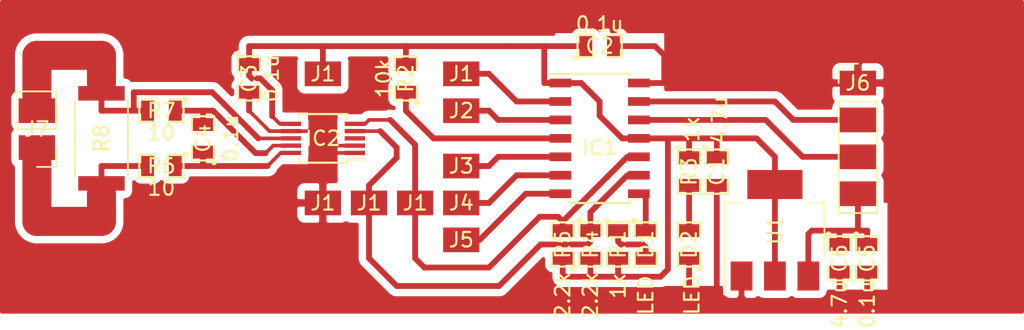
<source format=kicad_pcb>
(kicad_pcb (version 20171130) (host pcbnew "(5.1.9)-1")

  (general
    (thickness 1.6)
    (drawings 0)
    (tracks 186)
    (zones 0)
    (modules 30)
    (nets 22)
  )

  (page A4)
  (layers
    (0 F.Cu signal)
    (31 B.Cu signal)
    (32 B.Adhes user)
    (33 F.Adhes user hide)
    (34 B.Paste user)
    (35 F.Paste user hide)
    (36 B.SilkS user hide)
    (37 F.SilkS user)
    (38 B.Mask user)
    (39 F.Mask user hide)
    (40 Dwgs.User user)
    (41 Cmts.User user)
    (42 Eco1.User user)
    (43 Eco2.User user)
    (44 Edge.Cuts user)
    (45 Margin user)
    (46 B.CrtYd user)
    (47 F.CrtYd user)
    (48 B.Fab user)
    (49 F.Fab user hide)
  )

  (setup
    (last_trace_width 0.4)
    (user_trace_width 0.4)
    (user_trace_width 0.6)
    (user_trace_width 2)
    (trace_clearance 0.2)
    (zone_clearance 0.508)
    (zone_45_only no)
    (trace_min 0.2)
    (via_size 0.8)
    (via_drill 0.4)
    (via_min_size 0.4)
    (via_min_drill 0.3)
    (uvia_size 0.3)
    (uvia_drill 0.1)
    (uvias_allowed no)
    (uvia_min_size 0.2)
    (uvia_min_drill 0.1)
    (edge_width 0.1)
    (segment_width 0.2)
    (pcb_text_width 0.3)
    (pcb_text_size 1.5 1.5)
    (mod_edge_width 0.15)
    (mod_text_size 1 1)
    (mod_text_width 0.15)
    (pad_size 2.5 1.7)
    (pad_drill 0)
    (pad_to_mask_clearance 0)
    (aux_axis_origin 0 0)
    (grid_origin 154.305 111.76)
    (visible_elements 7FFFFFFF)
    (pcbplotparams
      (layerselection 0x00000_7fffffff)
      (usegerberextensions false)
      (usegerberattributes true)
      (usegerberadvancedattributes true)
      (creategerberjobfile true)
      (excludeedgelayer true)
      (linewidth 0.100000)
      (plotframeref false)
      (viasonmask false)
      (mode 1)
      (useauxorigin false)
      (hpglpennumber 1)
      (hpglpenspeed 20)
      (hpglpendiameter 15.000000)
      (psnegative false)
      (psa4output false)
      (plotreference true)
      (plotvalue true)
      (plotinvisibletext false)
      (padsonsilk false)
      (subtractmaskfromsilk false)
      (outputformat 5)
      (mirror false)
      (drillshape 0)
      (scaleselection 1)
      (outputdirectory ""))
  )

  (net 0 "")
  (net 1 GND)
  (net 2 VDD)
  (net 3 "Net-(C4-Pad2)")
  (net 4 "Net-(C4-Pad1)")
  (net 5 "Net-(C5-Pad1)")
  (net 6 "Net-(D1-Pad1)")
  (net 7 "Net-(D1-Pad2)")
  (net 8 "Net-(IC1-Pad13)")
  (net 9 "Net-(IC1-Pad12)")
  (net 10 "Net-(IC1-Pad10)")
  (net 11 "Net-(IC1-Pad9)")
  (net 12 "Net-(IC1-Pad7)")
  (net 13 "Net-(IC1-Pad6)")
  (net 14 "Net-(IC1-Pad5)")
  (net 15 "Net-(IC1-Pad4)")
  (net 16 "Net-(IC1-Pad3)")
  (net 17 "Net-(IC1-Pad2)")
  (net 18 "Net-(IC2-Pad8)")
  (net 19 "Net-(IC2-Pad3)")
  (net 20 "Net-(J7-Pad1)")
  (net 21 "Net-(D2-Pad2)")

  (net_class Default "This is the default net class."
    (clearance 0.2)
    (trace_width 0.25)
    (via_dia 0.8)
    (via_drill 0.4)
    (uvia_dia 0.3)
    (uvia_drill 0.1)
    (add_net GND)
    (add_net "Net-(C4-Pad1)")
    (add_net "Net-(C4-Pad2)")
    (add_net "Net-(C5-Pad1)")
    (add_net "Net-(D1-Pad1)")
    (add_net "Net-(D1-Pad2)")
    (add_net "Net-(D2-Pad2)")
    (add_net "Net-(IC1-Pad10)")
    (add_net "Net-(IC1-Pad12)")
    (add_net "Net-(IC1-Pad13)")
    (add_net "Net-(IC1-Pad2)")
    (add_net "Net-(IC1-Pad3)")
    (add_net "Net-(IC1-Pad4)")
    (add_net "Net-(IC1-Pad5)")
    (add_net "Net-(IC1-Pad6)")
    (add_net "Net-(IC1-Pad7)")
    (add_net "Net-(IC1-Pad9)")
    (add_net "Net-(IC2-Pad3)")
    (add_net "Net-(IC2-Pad8)")
    (add_net "Net-(J7-Pad1)")
    (add_net VDD)
  )

  (module my:SMD-0805 (layer F.Cu) (tedit 5512DFDB) (tstamp 618D566B)
    (at 186.055 119.0625 90)
    (path /54986CD2)
    (attr smd)
    (fp_text reference R5 (at 0 0 90) (layer F.SilkS)
      (effects (font (size 1 1) (thickness 0.15)))
    )
    (fp_text value 2.2k (at -3.4925 0 90) (layer F.SilkS)
      (effects (font (size 1 1) (thickness 0.15)))
    )
    (fp_circle (center -1.651 0.762) (end -1.651 0.635) (layer F.SilkS) (width 0.15))
    (fp_line (start -0.508 0.762) (end -1.524 0.762) (layer F.SilkS) (width 0.15))
    (fp_line (start -1.524 0.762) (end -1.524 -0.762) (layer F.SilkS) (width 0.15))
    (fp_line (start -1.524 -0.762) (end -0.508 -0.762) (layer F.SilkS) (width 0.15))
    (fp_line (start 0.508 -0.762) (end 1.524 -0.762) (layer F.SilkS) (width 0.15))
    (fp_line (start 1.524 -0.762) (end 1.524 0.762) (layer F.SilkS) (width 0.15))
    (fp_line (start 1.524 0.762) (end 0.508 0.762) (layer F.SilkS) (width 0.15))
    (pad 2 smd rect (at 0.9525 0 90) (size 0.889 1.397) (layers F.Cu F.Paste F.Mask)
      (net 10 "Net-(IC1-Pad10)"))
    (pad 1 smd rect (at -0.9525 0 90) (size 0.889 1.397) (layers F.Cu F.Paste F.Mask)
      (net 2 VDD))
    (model SMD_Packages/SMD-0805.wrl
      (at (xyz 0 0 0))
      (scale (xyz 0.1 0.1 0.1))
      (rotate (xyz 0 0 0))
    )
  )

  (module Measurement_Points:Measurement_Point_Square-SMD-Pad_Big (layer F.Cu) (tedit 618F8D4F) (tstamp 618F8E61)
    (at 172.72 116.205)
    (descr "Mesurement Point, Square, SMD Pad,  3mm x 3mm,")
    (tags "Mesurement Point Square SMD Pad 3x3mm")
    (path /6187FF12)
    (attr virtual)
    (fp_text reference J1 (at 0 0) (layer F.SilkS)
      (effects (font (size 1 1) (thickness 0.15)))
    )
    (fp_text value Conn_01x01 (at 0 3) (layer F.Fab)
      (effects (font (size 1 1) (thickness 0.15)))
    )
    (fp_line (start -1.75 -1.75) (end 1.75 -1.75) (layer F.CrtYd) (width 0.05))
    (fp_line (start 1.75 -1.75) (end 1.75 1.75) (layer F.CrtYd) (width 0.05))
    (fp_line (start 1.75 1.75) (end -1.75 1.75) (layer F.CrtYd) (width 0.05))
    (fp_line (start -1.75 1.75) (end -1.75 -1.75) (layer F.CrtYd) (width 0.05))
    (pad 1 smd rect (at 0 0) (size 2.5 1.7) (layers F.Cu F.Mask)
      (net 11 "Net-(IC1-Pad9)"))
  )

  (module Measurement_Points:Measurement_Point_Square-SMD-Pad_Big (layer F.Cu) (tedit 618F8D41) (tstamp 618F8D31)
    (at 175.895 116.205)
    (descr "Mesurement Point, Square, SMD Pad,  3mm x 3mm,")
    (tags "Mesurement Point Square SMD Pad 3x3mm")
    (path /6187FF12)
    (attr virtual)
    (fp_text reference J1 (at 0 0) (layer F.SilkS)
      (effects (font (size 1 1) (thickness 0.15)))
    )
    (fp_text value Conn_01x01 (at 0 3) (layer F.Fab)
      (effects (font (size 1 1) (thickness 0.15)))
    )
    (fp_line (start -1.75 1.75) (end -1.75 -1.75) (layer F.CrtYd) (width 0.05))
    (fp_line (start 1.75 1.75) (end -1.75 1.75) (layer F.CrtYd) (width 0.05))
    (fp_line (start 1.75 -1.75) (end 1.75 1.75) (layer F.CrtYd) (width 0.05))
    (fp_line (start -1.75 -1.75) (end 1.75 -1.75) (layer F.CrtYd) (width 0.05))
    (pad 1 smd rect (at 0 0) (size 2.5 1.7) (layers F.Cu F.Mask)
      (net 10 "Net-(IC1-Pad10)"))
  )

  (module Measurement_Points:Measurement_Point_Square-SMD-Pad_Big (layer F.Cu) (tedit 618F8C74) (tstamp 618F8CD5)
    (at 169.545 116.205)
    (descr "Mesurement Point, Square, SMD Pad,  3mm x 3mm,")
    (tags "Mesurement Point Square SMD Pad 3x3mm")
    (path /6187FF12)
    (attr virtual)
    (fp_text reference J1 (at 0 0) (layer F.SilkS)
      (effects (font (size 1 1) (thickness 0.15)))
    )
    (fp_text value Conn_01x01 (at 0 3) (layer F.Fab)
      (effects (font (size 1 1) (thickness 0.15)))
    )
    (fp_line (start -1.75 -1.75) (end 1.75 -1.75) (layer F.CrtYd) (width 0.05))
    (fp_line (start 1.75 -1.75) (end 1.75 1.75) (layer F.CrtYd) (width 0.05))
    (fp_line (start 1.75 1.75) (end -1.75 1.75) (layer F.CrtYd) (width 0.05))
    (fp_line (start -1.75 1.75) (end -1.75 -1.75) (layer F.CrtYd) (width 0.05))
    (pad 1 smd rect (at 0 0) (size 2.5 1.7) (layers F.Cu F.Mask)
      (net 1 GND))
  )

  (module Measurement_Points:Measurement_Point_Square-SMD-Pad_Big (layer F.Cu) (tedit 618F8C4E) (tstamp 618F8C83)
    (at 169.545 107.315)
    (descr "Mesurement Point, Square, SMD Pad,  3mm x 3mm,")
    (tags "Mesurement Point Square SMD Pad 3x3mm")
    (path /6187FF12)
    (attr virtual)
    (fp_text reference J1 (at 0 0) (layer F.SilkS)
      (effects (font (size 1 1) (thickness 0.15)))
    )
    (fp_text value Conn_01x01 (at 0 3) (layer F.Fab)
      (effects (font (size 1 1) (thickness 0.15)))
    )
    (fp_line (start -1.75 1.75) (end -1.75 -1.75) (layer F.CrtYd) (width 0.05))
    (fp_line (start 1.75 1.75) (end -1.75 1.75) (layer F.CrtYd) (width 0.05))
    (fp_line (start 1.75 -1.75) (end 1.75 1.75) (layer F.CrtYd) (width 0.05))
    (fp_line (start -1.75 -1.75) (end 1.75 -1.75) (layer F.CrtYd) (width 0.05))
    (pad 1 smd rect (at 0 0) (size 2.5 1.7) (layers F.Cu F.Mask)
      (net 2 VDD))
  )

  (module Measurement_Points:Measurement_Point_Square-SMD-Pad_Big (layer F.Cu) (tedit 56C35FC6) (tstamp 618D54FA)
    (at 179.07 118.745)
    (descr "Mesurement Point, Square, SMD Pad,  3mm x 3mm,")
    (tags "Mesurement Point Square SMD Pad 3x3mm")
    (path /618926AF)
    (attr virtual)
    (fp_text reference J5 (at 0 0) (layer F.SilkS)
      (effects (font (size 1 1) (thickness 0.15)))
    )
    (fp_text value Conn_01x01 (at 0 3) (layer F.Fab)
      (effects (font (size 1 1) (thickness 0.15)))
    )
    (fp_line (start -1.75 -1.75) (end 1.75 -1.75) (layer F.CrtYd) (width 0.05))
    (fp_line (start 1.75 -1.75) (end 1.75 1.75) (layer F.CrtYd) (width 0.05))
    (fp_line (start 1.75 1.75) (end -1.75 1.75) (layer F.CrtYd) (width 0.05))
    (fp_line (start -1.75 1.75) (end -1.75 -1.75) (layer F.CrtYd) (width 0.05))
    (pad 1 smd rect (at 0 0) (size 2.5 1.7) (layers F.Cu F.Mask)
      (net 12 "Net-(IC1-Pad7)"))
  )

  (module Measurement_Points:Measurement_Point_Square-SMD-Pad_Big (layer F.Cu) (tedit 56C35FC6) (tstamp 618D49BB)
    (at 179.07 109.855)
    (descr "Mesurement Point, Square, SMD Pad,  3mm x 3mm,")
    (tags "Mesurement Point Square SMD Pad 3x3mm")
    (path /61891FA4)
    (attr virtual)
    (fp_text reference J2 (at 0 0) (layer F.SilkS)
      (effects (font (size 1 1) (thickness 0.15)))
    )
    (fp_text value Conn_01x01 (at 0 3) (layer F.Fab)
      (effects (font (size 1 1) (thickness 0.15)))
    )
    (fp_line (start -1.75 1.75) (end -1.75 -1.75) (layer F.CrtYd) (width 0.05))
    (fp_line (start 1.75 1.75) (end -1.75 1.75) (layer F.CrtYd) (width 0.05))
    (fp_line (start 1.75 -1.75) (end 1.75 1.75) (layer F.CrtYd) (width 0.05))
    (fp_line (start -1.75 -1.75) (end 1.75 -1.75) (layer F.CrtYd) (width 0.05))
    (pad 1 smd rect (at 0 0) (size 2.5 1.7) (layers F.Cu F.Mask)
      (net 16 "Net-(IC1-Pad3)"))
  )

  (module TO_SOT_Packages_SMD:SOT-223-3_TabPin2 (layer F.Cu) (tedit 58CE4E7E) (tstamp 618E3DE9)
    (at 200.66 118.085 90)
    (descr "module CMS SOT223 4 pins")
    (tags "CMS SOT")
    (path /615491F5)
    (attr smd)
    (fp_text reference U1 (at 0 0 90) (layer F.SilkS)
      (effects (font (size 1 1) (thickness 0.15)))
    )
    (fp_text value LM1117-3.3 (at 0 4.5 90) (layer F.Fab)
      (effects (font (size 1 1) (thickness 0.15)))
    )
    (fp_line (start 1.91 3.41) (end 1.91 2.15) (layer F.SilkS) (width 0.12))
    (fp_line (start 1.91 -3.41) (end 1.91 -2.15) (layer F.SilkS) (width 0.12))
    (fp_line (start 4.4 -3.6) (end -4.4 -3.6) (layer F.CrtYd) (width 0.05))
    (fp_line (start 4.4 3.6) (end 4.4 -3.6) (layer F.CrtYd) (width 0.05))
    (fp_line (start -4.4 3.6) (end 4.4 3.6) (layer F.CrtYd) (width 0.05))
    (fp_line (start -4.4 -3.6) (end -4.4 3.6) (layer F.CrtYd) (width 0.05))
    (fp_line (start -1.85 -2.35) (end -0.85 -3.35) (layer F.Fab) (width 0.1))
    (fp_line (start -1.85 -2.35) (end -1.85 3.35) (layer F.Fab) (width 0.1))
    (fp_line (start -1.85 3.41) (end 1.91 3.41) (layer F.SilkS) (width 0.12))
    (fp_line (start -0.85 -3.35) (end 1.85 -3.35) (layer F.Fab) (width 0.1))
    (fp_line (start -4.1 -3.41) (end 1.91 -3.41) (layer F.SilkS) (width 0.12))
    (fp_line (start -1.85 3.35) (end 1.85 3.35) (layer F.Fab) (width 0.1))
    (fp_line (start 1.85 -3.35) (end 1.85 3.35) (layer F.Fab) (width 0.1))
    (fp_text user %R (at 0 0) (layer F.Fab)
      (effects (font (size 0.8 0.8) (thickness 0.12)))
    )
    (pad 1 smd rect (at -3.15 -2.3 90) (size 2 1.5) (layers F.Cu F.Paste F.Mask)
      (net 1 GND))
    (pad 3 smd rect (at -3.15 2.3 90) (size 2 1.5) (layers F.Cu F.Paste F.Mask)
      (net 5 "Net-(C5-Pad1)"))
    (pad 2 smd rect (at -3.15 0 90) (size 2 1.5) (layers F.Cu F.Paste F.Mask)
      (net 2 VDD))
    (pad 2 smd rect (at 3.15 0 90) (size 2 3.8) (layers F.Cu F.Paste F.Mask)
      (net 2 VDD))
    (model ${KISYS3DMOD}/TO_SOT_Packages_SMD.3dshapes/SOT-223.wrl
      (at (xyz 0 0 0))
      (scale (xyz 1 1 1))
      (rotate (xyz 0 0 0))
    )
  )

  (module Housings_SOIC:SOIC-14_3.9x8.7mm_Pitch1.27mm (layer F.Cu) (tedit 58CC8F64) (tstamp 618D498A)
    (at 188.595 111.76)
    (descr "14-Lead Plastic Small Outline (SL) - Narrow, 3.90 mm Body [SOIC] (see Microchip Packaging Specification 00000049BS.pdf)")
    (tags "SOIC 1.27")
    (path /549866AF)
    (attr smd)
    (fp_text reference IC1 (at 0 0.635) (layer F.SilkS)
      (effects (font (size 1 1) (thickness 0.15)))
    )
    (fp_text value MCP2221 (at 0 5.6) (layer F.Fab)
      (effects (font (size 1 1) (thickness 0.15)))
    )
    (fp_line (start -2.075 -4.425) (end -3.45 -4.425) (layer F.SilkS) (width 0.15))
    (fp_line (start -2.075 4.45) (end 2.075 4.45) (layer F.SilkS) (width 0.15))
    (fp_line (start -2.075 -4.45) (end 2.075 -4.45) (layer F.SilkS) (width 0.15))
    (fp_line (start -2.075 4.45) (end -2.075 4.335) (layer F.SilkS) (width 0.15))
    (fp_line (start 2.075 4.45) (end 2.075 4.335) (layer F.SilkS) (width 0.15))
    (fp_line (start 2.075 -4.45) (end 2.075 -4.335) (layer F.SilkS) (width 0.15))
    (fp_line (start -2.075 -4.45) (end -2.075 -4.425) (layer F.SilkS) (width 0.15))
    (fp_line (start -3.7 4.65) (end 3.7 4.65) (layer F.CrtYd) (width 0.05))
    (fp_line (start -3.7 -4.65) (end 3.7 -4.65) (layer F.CrtYd) (width 0.05))
    (fp_line (start 3.7 -4.65) (end 3.7 4.65) (layer F.CrtYd) (width 0.05))
    (fp_line (start -3.7 -4.65) (end -3.7 4.65) (layer F.CrtYd) (width 0.05))
    (fp_line (start -1.95 -3.35) (end -0.95 -4.35) (layer F.Fab) (width 0.15))
    (fp_line (start -1.95 4.35) (end -1.95 -3.35) (layer F.Fab) (width 0.15))
    (fp_line (start 1.95 4.35) (end -1.95 4.35) (layer F.Fab) (width 0.15))
    (fp_line (start 1.95 -4.35) (end 1.95 4.35) (layer F.Fab) (width 0.15))
    (fp_line (start -0.95 -4.35) (end 1.95 -4.35) (layer F.Fab) (width 0.15))
    (fp_text user %R (at 0 0) (layer F.Fab)
      (effects (font (size 1 1) (thickness 0.15)))
    )
    (pad 1 smd rect (at -2.7 -3.81) (size 1.5 0.6) (layers F.Cu F.Paste F.Mask)
      (net 2 VDD))
    (pad 2 smd rect (at -2.7 -2.54) (size 1.5 0.6) (layers F.Cu F.Paste F.Mask)
      (net 17 "Net-(IC1-Pad2)"))
    (pad 3 smd rect (at -2.7 -1.27) (size 1.5 0.6) (layers F.Cu F.Paste F.Mask)
      (net 16 "Net-(IC1-Pad3)"))
    (pad 4 smd rect (at -2.7 0) (size 1.5 0.6) (layers F.Cu F.Paste F.Mask)
      (net 15 "Net-(IC1-Pad4)"))
    (pad 5 smd rect (at -2.7 1.27) (size 1.5 0.6) (layers F.Cu F.Paste F.Mask)
      (net 14 "Net-(IC1-Pad5)"))
    (pad 6 smd rect (at -2.7 2.54) (size 1.5 0.6) (layers F.Cu F.Paste F.Mask)
      (net 13 "Net-(IC1-Pad6)"))
    (pad 7 smd rect (at -2.7 3.81) (size 1.5 0.6) (layers F.Cu F.Paste F.Mask)
      (net 12 "Net-(IC1-Pad7)"))
    (pad 8 smd rect (at 2.7 3.81) (size 1.5 0.6) (layers F.Cu F.Paste F.Mask)
      (net 6 "Net-(D1-Pad1)"))
    (pad 9 smd rect (at 2.7 2.54) (size 1.5 0.6) (layers F.Cu F.Paste F.Mask)
      (net 11 "Net-(IC1-Pad9)"))
    (pad 10 smd rect (at 2.7 1.27) (size 1.5 0.6) (layers F.Cu F.Paste F.Mask)
      (net 10 "Net-(IC1-Pad10)"))
    (pad 11 smd rect (at 2.7 0) (size 1.5 0.6) (layers F.Cu F.Paste F.Mask)
      (net 2 VDD))
    (pad 12 smd rect (at 2.7 -1.27) (size 1.5 0.6) (layers F.Cu F.Paste F.Mask)
      (net 9 "Net-(IC1-Pad12)"))
    (pad 13 smd rect (at 2.7 -2.54) (size 1.5 0.6) (layers F.Cu F.Paste F.Mask)
      (net 8 "Net-(IC1-Pad13)"))
    (pad 14 smd rect (at 2.7 -3.81) (size 1.5 0.6) (layers F.Cu F.Paste F.Mask)
      (net 1 GND))
    (model ${KISYS3DMOD}/Housings_SOIC.3dshapes/SOIC-14_3.9x8.7mm_Pitch1.27mm.wrl
      (at (xyz 0 0 0))
      (scale (xyz 1 1 1))
      (rotate (xyz 0 0 0))
    )
  )

  (module my:SMD-0805 (layer F.Cu) (tedit 5512DFDB) (tstamp 618D4A11)
    (at 189.865 119.0625 270)
    (path /6156CD5A)
    (attr smd)
    (fp_text reference R1 (at 0 0 90) (layer F.SilkS)
      (effects (font (size 1 1) (thickness 0.15)))
    )
    (fp_text value 1k (at 2.8575 0 90) (layer F.SilkS)
      (effects (font (size 1 1) (thickness 0.15)))
    )
    (fp_circle (center -1.651 0.762) (end -1.651 0.635) (layer F.SilkS) (width 0.15))
    (fp_line (start -0.508 0.762) (end -1.524 0.762) (layer F.SilkS) (width 0.15))
    (fp_line (start -1.524 0.762) (end -1.524 -0.762) (layer F.SilkS) (width 0.15))
    (fp_line (start -1.524 -0.762) (end -0.508 -0.762) (layer F.SilkS) (width 0.15))
    (fp_line (start 0.508 -0.762) (end 1.524 -0.762) (layer F.SilkS) (width 0.15))
    (fp_line (start 1.524 -0.762) (end 1.524 0.762) (layer F.SilkS) (width 0.15))
    (fp_line (start 1.524 0.762) (end 0.508 0.762) (layer F.SilkS) (width 0.15))
    (pad 2 smd rect (at 0.9525 0 270) (size 0.889 1.397) (layers F.Cu F.Paste F.Mask)
      (net 2 VDD))
    (pad 1 smd rect (at -0.9525 0 270) (size 0.889 1.397) (layers F.Cu F.Paste F.Mask)
      (net 7 "Net-(D1-Pad2)"))
    (model SMD_Packages/SMD-0805.wrl
      (at (xyz 0 0 0))
      (scale (xyz 0.1 0.1 0.1))
      (rotate (xyz 0 0 0))
    )
  )

  (module my:SMD-0805 (layer F.Cu) (tedit 5512DFDB) (tstamp 618D490C)
    (at 196.6595 114.046 270)
    (path /5498769C)
    (attr smd)
    (fp_text reference C1 (at 0 0 90) (layer F.SilkS)
      (effects (font (size 1 1) (thickness 0.15)))
    )
    (fp_text value 4.7u (at -3.556 -0.1905 90) (layer F.SilkS)
      (effects (font (size 1 1) (thickness 0.15)))
    )
    (fp_circle (center -1.651 0.762) (end -1.651 0.635) (layer F.SilkS) (width 0.15))
    (fp_line (start -0.508 0.762) (end -1.524 0.762) (layer F.SilkS) (width 0.15))
    (fp_line (start -1.524 0.762) (end -1.524 -0.762) (layer F.SilkS) (width 0.15))
    (fp_line (start -1.524 -0.762) (end -0.508 -0.762) (layer F.SilkS) (width 0.15))
    (fp_line (start 0.508 -0.762) (end 1.524 -0.762) (layer F.SilkS) (width 0.15))
    (fp_line (start 1.524 -0.762) (end 1.524 0.762) (layer F.SilkS) (width 0.15))
    (fp_line (start 1.524 0.762) (end 0.508 0.762) (layer F.SilkS) (width 0.15))
    (pad 2 smd rect (at 0.9525 0 270) (size 0.889 1.397) (layers F.Cu F.Paste F.Mask)
      (net 1 GND))
    (pad 1 smd rect (at -0.9525 0 270) (size 0.889 1.397) (layers F.Cu F.Paste F.Mask)
      (net 2 VDD))
    (model SMD_Packages/SMD-0805.wrl
      (at (xyz 0 0 0))
      (scale (xyz 0.1 0.1 0.1))
      (rotate (xyz 0 0 0))
    )
  )

  (module my:SMD-0805 (layer F.Cu) (tedit 5512DFDB) (tstamp 618D4EEF)
    (at 188.595 105.41)
    (path /54987403)
    (attr smd)
    (fp_text reference C2 (at 0 0) (layer F.SilkS)
      (effects (font (size 1 1) (thickness 0.15)))
    )
    (fp_text value 0.1u (at 0 -1.524) (layer F.SilkS)
      (effects (font (size 1 1) (thickness 0.15)))
    )
    (fp_line (start 1.524 0.762) (end 0.508 0.762) (layer F.SilkS) (width 0.15))
    (fp_line (start 1.524 -0.762) (end 1.524 0.762) (layer F.SilkS) (width 0.15))
    (fp_line (start 0.508 -0.762) (end 1.524 -0.762) (layer F.SilkS) (width 0.15))
    (fp_line (start -1.524 -0.762) (end -0.508 -0.762) (layer F.SilkS) (width 0.15))
    (fp_line (start -1.524 0.762) (end -1.524 -0.762) (layer F.SilkS) (width 0.15))
    (fp_line (start -0.508 0.762) (end -1.524 0.762) (layer F.SilkS) (width 0.15))
    (fp_circle (center -1.651 0.762) (end -1.651 0.635) (layer F.SilkS) (width 0.15))
    (pad 1 smd rect (at -0.9525 0) (size 0.889 1.397) (layers F.Cu F.Paste F.Mask)
      (net 2 VDD))
    (pad 2 smd rect (at 0.9525 0) (size 0.889 1.397) (layers F.Cu F.Paste F.Mask)
      (net 1 GND))
    (model SMD_Packages/SMD-0805.wrl
      (at (xyz 0 0 0))
      (scale (xyz 0.1 0.1 0.1))
      (rotate (xyz 0 0 0))
    )
  )

  (module my:SMD-0805 (layer F.Cu) (tedit 5512DFDB) (tstamp 618D4926)
    (at 164.465 107.6325 270)
    (path /615A7CD7)
    (attr smd)
    (fp_text reference C3 (at 0 0 90) (layer F.SilkS)
      (effects (font (size 1 1) (thickness 0.15)))
    )
    (fp_text value 0.1u (at 0 -1.524 90) (layer F.SilkS)
      (effects (font (size 1 1) (thickness 0.15)))
    )
    (fp_line (start 1.524 0.762) (end 0.508 0.762) (layer F.SilkS) (width 0.15))
    (fp_line (start 1.524 -0.762) (end 1.524 0.762) (layer F.SilkS) (width 0.15))
    (fp_line (start 0.508 -0.762) (end 1.524 -0.762) (layer F.SilkS) (width 0.15))
    (fp_line (start -1.524 -0.762) (end -0.508 -0.762) (layer F.SilkS) (width 0.15))
    (fp_line (start -1.524 0.762) (end -1.524 -0.762) (layer F.SilkS) (width 0.15))
    (fp_line (start -0.508 0.762) (end -1.524 0.762) (layer F.SilkS) (width 0.15))
    (fp_circle (center -1.651 0.762) (end -1.651 0.635) (layer F.SilkS) (width 0.15))
    (pad 1 smd rect (at -0.9525 0 270) (size 0.889 1.397) (layers F.Cu F.Paste F.Mask)
      (net 2 VDD))
    (pad 2 smd rect (at 0.9525 0 270) (size 0.889 1.397) (layers F.Cu F.Paste F.Mask)
      (net 1 GND))
    (model SMD_Packages/SMD-0805.wrl
      (at (xyz 0 0 0))
      (scale (xyz 0.1 0.1 0.1))
      (rotate (xyz 0 0 0))
    )
  )

  (module my:SMD-0805 (layer F.Cu) (tedit 5512DFDB) (tstamp 618D4933)
    (at 161.29 111.76 90)
    (path /618A3197)
    (attr smd)
    (fp_text reference C4 (at 0 0 90) (layer F.SilkS)
      (effects (font (size 1 1) (thickness 0.15)))
    )
    (fp_text value 0.1u (at 0 1.905 90) (layer F.SilkS)
      (effects (font (size 1 1) (thickness 0.15)))
    )
    (fp_circle (center -1.651 0.762) (end -1.651 0.635) (layer F.SilkS) (width 0.15))
    (fp_line (start -0.508 0.762) (end -1.524 0.762) (layer F.SilkS) (width 0.15))
    (fp_line (start -1.524 0.762) (end -1.524 -0.762) (layer F.SilkS) (width 0.15))
    (fp_line (start -1.524 -0.762) (end -0.508 -0.762) (layer F.SilkS) (width 0.15))
    (fp_line (start 0.508 -0.762) (end 1.524 -0.762) (layer F.SilkS) (width 0.15))
    (fp_line (start 1.524 -0.762) (end 1.524 0.762) (layer F.SilkS) (width 0.15))
    (fp_line (start 1.524 0.762) (end 0.508 0.762) (layer F.SilkS) (width 0.15))
    (pad 2 smd rect (at 0.9525 0 90) (size 0.889 1.397) (layers F.Cu F.Paste F.Mask)
      (net 3 "Net-(C4-Pad2)"))
    (pad 1 smd rect (at -0.9525 0 90) (size 0.889 1.397) (layers F.Cu F.Paste F.Mask)
      (net 4 "Net-(C4-Pad1)"))
    (model SMD_Packages/SMD-0805.wrl
      (at (xyz 0 0 0))
      (scale (xyz 0.1 0.1 0.1))
      (rotate (xyz 0 0 0))
    )
  )

  (module my:SMD-0805 (layer F.Cu) (tedit 5512DFDB) (tstamp 618D4940)
    (at 207.01 120.015 270)
    (path /6154DE3B)
    (attr smd)
    (fp_text reference C5 (at 0 0 90) (layer F.SilkS)
      (effects (font (size 1 1) (thickness 0.15)))
    )
    (fp_text value 0.1u (at 3.175 0 90) (layer F.SilkS)
      (effects (font (size 1 1) (thickness 0.15)))
    )
    (fp_circle (center -1.651 0.762) (end -1.651 0.635) (layer F.SilkS) (width 0.15))
    (fp_line (start -0.508 0.762) (end -1.524 0.762) (layer F.SilkS) (width 0.15))
    (fp_line (start -1.524 0.762) (end -1.524 -0.762) (layer F.SilkS) (width 0.15))
    (fp_line (start -1.524 -0.762) (end -0.508 -0.762) (layer F.SilkS) (width 0.15))
    (fp_line (start 0.508 -0.762) (end 1.524 -0.762) (layer F.SilkS) (width 0.15))
    (fp_line (start 1.524 -0.762) (end 1.524 0.762) (layer F.SilkS) (width 0.15))
    (fp_line (start 1.524 0.762) (end 0.508 0.762) (layer F.SilkS) (width 0.15))
    (pad 2 smd rect (at 0.9525 0 270) (size 0.889 1.397) (layers F.Cu F.Paste F.Mask)
      (net 1 GND))
    (pad 1 smd rect (at -0.9525 0 270) (size 0.889 1.397) (layers F.Cu F.Paste F.Mask)
      (net 5 "Net-(C5-Pad1)"))
    (model SMD_Packages/SMD-0805.wrl
      (at (xyz 0 0 0))
      (scale (xyz 0.1 0.1 0.1))
      (rotate (xyz 0 0 0))
    )
  )

  (module my:SMD-0805 (layer F.Cu) (tedit 5512DFDB) (tstamp 618D494D)
    (at 205.105 120.015 270)
    (path /5498751C)
    (attr smd)
    (fp_text reference C6 (at 0 0 90) (layer F.SilkS)
      (effects (font (size 1 1) (thickness 0.15)))
    )
    (fp_text value 4.7u (at 3.175 0 90) (layer F.SilkS)
      (effects (font (size 1 1) (thickness 0.15)))
    )
    (fp_line (start 1.524 0.762) (end 0.508 0.762) (layer F.SilkS) (width 0.15))
    (fp_line (start 1.524 -0.762) (end 1.524 0.762) (layer F.SilkS) (width 0.15))
    (fp_line (start 0.508 -0.762) (end 1.524 -0.762) (layer F.SilkS) (width 0.15))
    (fp_line (start -1.524 -0.762) (end -0.508 -0.762) (layer F.SilkS) (width 0.15))
    (fp_line (start -1.524 0.762) (end -1.524 -0.762) (layer F.SilkS) (width 0.15))
    (fp_line (start -0.508 0.762) (end -1.524 0.762) (layer F.SilkS) (width 0.15))
    (fp_circle (center -1.651 0.762) (end -1.651 0.635) (layer F.SilkS) (width 0.15))
    (pad 1 smd rect (at -0.9525 0 270) (size 0.889 1.397) (layers F.Cu F.Paste F.Mask)
      (net 5 "Net-(C5-Pad1)"))
    (pad 2 smd rect (at 0.9525 0 270) (size 0.889 1.397) (layers F.Cu F.Paste F.Mask)
      (net 1 GND))
    (model SMD_Packages/SMD-0805.wrl
      (at (xyz 0 0 0))
      (scale (xyz 0.1 0.1 0.1))
      (rotate (xyz 0 0 0))
    )
  )

  (module my:SMD-0805 (layer F.Cu) (tedit 5512DFDB) (tstamp 618D495A)
    (at 191.77 119.0625 270)
    (path /61569DE1)
    (attr smd)
    (fp_text reference D1 (at 0 0 90) (layer F.SilkS)
      (effects (font (size 1 1) (thickness 0.15)))
    )
    (fp_text value LED (at 3.4925 0 90) (layer F.SilkS)
      (effects (font (size 1 1) (thickness 0.15)))
    )
    (fp_line (start 1.524 0.762) (end 0.508 0.762) (layer F.SilkS) (width 0.15))
    (fp_line (start 1.524 -0.762) (end 1.524 0.762) (layer F.SilkS) (width 0.15))
    (fp_line (start 0.508 -0.762) (end 1.524 -0.762) (layer F.SilkS) (width 0.15))
    (fp_line (start -1.524 -0.762) (end -0.508 -0.762) (layer F.SilkS) (width 0.15))
    (fp_line (start -1.524 0.762) (end -1.524 -0.762) (layer F.SilkS) (width 0.15))
    (fp_line (start -0.508 0.762) (end -1.524 0.762) (layer F.SilkS) (width 0.15))
    (fp_circle (center -1.651 0.762) (end -1.651 0.635) (layer F.SilkS) (width 0.15))
    (pad 1 smd rect (at -0.9525 0 270) (size 0.889 1.397) (layers F.Cu F.Paste F.Mask)
      (net 6 "Net-(D1-Pad1)"))
    (pad 2 smd rect (at 0.9525 0 270) (size 0.889 1.397) (layers F.Cu F.Paste F.Mask)
      (net 7 "Net-(D1-Pad2)"))
    (model SMD_Packages/SMD-0805.wrl
      (at (xyz 0 0 0))
      (scale (xyz 0.1 0.1 0.1))
      (rotate (xyz 0 0 0))
    )
  )

  (module my:SMD-0805 (layer F.Cu) (tedit 5512DFDB) (tstamp 618D4967)
    (at 194.7545 119.0625 90)
    (path /61599F96)
    (attr smd)
    (fp_text reference D2 (at 0 0 90) (layer F.SilkS)
      (effects (font (size 1 1) (thickness 0.15)))
    )
    (fp_text value LED (at -3.4925 0.1905 90) (layer F.SilkS)
      (effects (font (size 1 1) (thickness 0.15)))
    )
    (fp_circle (center -1.651 0.762) (end -1.651 0.635) (layer F.SilkS) (width 0.15))
    (fp_line (start -0.508 0.762) (end -1.524 0.762) (layer F.SilkS) (width 0.15))
    (fp_line (start -1.524 0.762) (end -1.524 -0.762) (layer F.SilkS) (width 0.15))
    (fp_line (start -1.524 -0.762) (end -0.508 -0.762) (layer F.SilkS) (width 0.15))
    (fp_line (start 0.508 -0.762) (end 1.524 -0.762) (layer F.SilkS) (width 0.15))
    (fp_line (start 1.524 -0.762) (end 1.524 0.762) (layer F.SilkS) (width 0.15))
    (fp_line (start 1.524 0.762) (end 0.508 0.762) (layer F.SilkS) (width 0.15))
    (pad 2 smd rect (at 0.9525 0 90) (size 0.889 1.397) (layers F.Cu F.Paste F.Mask)
      (net 21 "Net-(D2-Pad2)"))
    (pad 1 smd rect (at -0.9525 0 90) (size 0.889 1.397) (layers F.Cu F.Paste F.Mask)
      (net 1 GND))
    (model SMD_Packages/SMD-0805.wrl
      (at (xyz 0 0 0))
      (scale (xyz 0.1 0.1 0.1))
      (rotate (xyz 0 0 0))
    )
  )

  (module Housings_SSOP:MSOP-10_3x3mm_Pitch0.5mm (layer F.Cu) (tedit 54130A77) (tstamp 618D50AB)
    (at 169.545 111.76 180)
    (descr "10-Lead Plastic Micro Small Outline Package (MS) [MSOP] (see Microchip Packaging Specification 00000049BS.pdf)")
    (tags "SSOP 0.5")
    (path /615A30F6)
    (attr smd)
    (fp_text reference IC2 (at 0 0) (layer F.SilkS)
      (effects (font (size 1 1) (thickness 0.15)))
    )
    (fp_text value INA226 (at 0 2.6) (layer F.Fab)
      (effects (font (size 1 1) (thickness 0.15)))
    )
    (fp_line (start -0.5 -1.5) (end 1.5 -1.5) (layer F.Fab) (width 0.15))
    (fp_line (start 1.5 -1.5) (end 1.5 1.5) (layer F.Fab) (width 0.15))
    (fp_line (start 1.5 1.5) (end -1.5 1.5) (layer F.Fab) (width 0.15))
    (fp_line (start -1.5 1.5) (end -1.5 -0.5) (layer F.Fab) (width 0.15))
    (fp_line (start -1.5 -0.5) (end -0.5 -1.5) (layer F.Fab) (width 0.15))
    (fp_line (start -3.15 -1.85) (end -3.15 1.85) (layer F.CrtYd) (width 0.05))
    (fp_line (start 3.15 -1.85) (end 3.15 1.85) (layer F.CrtYd) (width 0.05))
    (fp_line (start -3.15 -1.85) (end 3.15 -1.85) (layer F.CrtYd) (width 0.05))
    (fp_line (start -3.15 1.85) (end 3.15 1.85) (layer F.CrtYd) (width 0.05))
    (fp_line (start -1.675 -1.675) (end -1.675 -1.45) (layer F.SilkS) (width 0.15))
    (fp_line (start 1.675 -1.675) (end 1.675 -1.375) (layer F.SilkS) (width 0.15))
    (fp_line (start 1.675 1.675) (end 1.675 1.375) (layer F.SilkS) (width 0.15))
    (fp_line (start -1.675 1.675) (end -1.675 1.375) (layer F.SilkS) (width 0.15))
    (fp_line (start -1.675 -1.675) (end 1.675 -1.675) (layer F.SilkS) (width 0.15))
    (fp_line (start -1.675 1.675) (end 1.675 1.675) (layer F.SilkS) (width 0.15))
    (fp_line (start -1.675 -1.45) (end -2.9 -1.45) (layer F.SilkS) (width 0.15))
    (fp_text user %R (at 0 0) (layer F.Fab)
      (effects (font (size 0.6 0.6) (thickness 0.15)))
    )
    (pad 10 smd rect (at 2.2 -1 180) (size 1.4 0.3) (layers F.Cu F.Paste F.Mask)
      (net 4 "Net-(C4-Pad1)"))
    (pad 9 smd rect (at 2.2 -0.5 180) (size 1.4 0.3) (layers F.Cu F.Paste F.Mask)
      (net 3 "Net-(C4-Pad2)"))
    (pad 8 smd rect (at 2.2 0 180) (size 1.4 0.3) (layers F.Cu F.Paste F.Mask)
      (net 18 "Net-(IC2-Pad8)"))
    (pad 7 smd rect (at 2.2 0.5 180) (size 1.4 0.3) (layers F.Cu F.Paste F.Mask)
      (net 1 GND))
    (pad 6 smd rect (at 2.2 1 180) (size 1.4 0.3) (layers F.Cu F.Paste F.Mask)
      (net 2 VDD))
    (pad 5 smd rect (at -2.2 1 180) (size 1.4 0.3) (layers F.Cu F.Paste F.Mask)
      (net 10 "Net-(IC1-Pad10)"))
    (pad 4 smd rect (at -2.2 0.5 180) (size 1.4 0.3) (layers F.Cu F.Paste F.Mask)
      (net 11 "Net-(IC1-Pad9)"))
    (pad 3 smd rect (at -2.2 0 180) (size 1.4 0.3) (layers F.Cu F.Paste F.Mask)
      (net 19 "Net-(IC2-Pad3)"))
    (pad 2 smd rect (at -2.2 -0.5 180) (size 1.4 0.3) (layers F.Cu F.Paste F.Mask)
      (net 1 GND))
    (pad 1 smd rect (at -2.2 -1 180) (size 1.4 0.3) (layers F.Cu F.Paste F.Mask)
      (net 1 GND))
    (model ${KISYS3DMOD}/Housings_SSOP.3dshapes/MSOP-10_3x3mm_Pitch0.5mm.wrl
      (at (xyz 0 0 0))
      (scale (xyz 1 1 1))
      (rotate (xyz 0 0 0))
    )
  )

  (module Measurement_Points:Measurement_Point_Square-SMD-Pad_Big (layer F.Cu) (tedit 56C35FC6) (tstamp 618D5544)
    (at 179.07 107.315)
    (descr "Mesurement Point, Square, SMD Pad,  3mm x 3mm,")
    (tags "Mesurement Point Square SMD Pad 3x3mm")
    (path /6187FF12)
    (attr virtual)
    (fp_text reference J1 (at 0 0) (layer F.SilkS)
      (effects (font (size 1 1) (thickness 0.15)))
    )
    (fp_text value Conn_01x01 (at 0 3) (layer F.Fab)
      (effects (font (size 1 1) (thickness 0.15)))
    )
    (fp_line (start -1.75 -1.75) (end 1.75 -1.75) (layer F.CrtYd) (width 0.05))
    (fp_line (start 1.75 -1.75) (end 1.75 1.75) (layer F.CrtYd) (width 0.05))
    (fp_line (start 1.75 1.75) (end -1.75 1.75) (layer F.CrtYd) (width 0.05))
    (fp_line (start -1.75 1.75) (end -1.75 -1.75) (layer F.CrtYd) (width 0.05))
    (pad 1 smd rect (at 0 0) (size 2.5 1.7) (layers F.Cu F.Mask)
      (net 17 "Net-(IC1-Pad2)"))
  )

  (module Measurement_Points:Measurement_Point_Square-SMD-Pad_Big (layer F.Cu) (tedit 618D479E) (tstamp 618D4F28)
    (at 179.07 113.665)
    (descr "Mesurement Point, Square, SMD Pad,  3mm x 3mm,")
    (tags "Mesurement Point Square SMD Pad 3x3mm")
    (path /6189220B)
    (attr virtual)
    (fp_text reference J3 (at 0 0) (layer F.SilkS)
      (effects (font (size 1 1) (thickness 0.15)))
    )
    (fp_text value Conn_01x01 (at 0 3) (layer F.Fab)
      (effects (font (size 1 1) (thickness 0.15)))
    )
    (fp_line (start -1.75 -1.75) (end 1.75 -1.75) (layer F.CrtYd) (width 0.05))
    (fp_line (start 1.75 -1.75) (end 1.75 1.75) (layer F.CrtYd) (width 0.05))
    (fp_line (start 1.75 1.75) (end -1.75 1.75) (layer F.CrtYd) (width 0.05))
    (fp_line (start -1.75 1.75) (end -1.75 -1.75) (layer F.CrtYd) (width 0.05))
    (pad 1 smd rect (at 0 0) (size 2.5 1.7) (layers F.Cu F.Mask)
      (net 14 "Net-(IC1-Pad5)"))
  )

  (module Measurement_Points:Measurement_Point_Square-SMD-Pad_Big (layer F.Cu) (tedit 56C35FC6) (tstamp 618D49CD)
    (at 179.07 116.205)
    (descr "Mesurement Point, Square, SMD Pad,  3mm x 3mm,")
    (tags "Mesurement Point Square SMD Pad 3x3mm")
    (path /6189248C)
    (attr virtual)
    (fp_text reference J4 (at 0 0) (layer F.SilkS)
      (effects (font (size 1 1) (thickness 0.15)))
    )
    (fp_text value Conn_01x01 (at 0 3) (layer F.Fab)
      (effects (font (size 1 1) (thickness 0.15)))
    )
    (fp_line (start -1.75 -1.75) (end 1.75 -1.75) (layer F.CrtYd) (width 0.05))
    (fp_line (start 1.75 -1.75) (end 1.75 1.75) (layer F.CrtYd) (width 0.05))
    (fp_line (start 1.75 1.75) (end -1.75 1.75) (layer F.CrtYd) (width 0.05))
    (fp_line (start -1.75 1.75) (end -1.75 -1.75) (layer F.CrtYd) (width 0.05))
    (pad 1 smd rect (at 0 0) (size 2.5 1.7) (layers F.Cu F.Mask)
      (net 13 "Net-(IC1-Pad6)"))
  )

  (module Pin_Headers:Pin_Header_Straight_1x04_Pitch2.54mm (layer F.Cu) (tedit 618D4C05) (tstamp 618D49EE)
    (at 206.375 107.95)
    (descr "Through hole straight pin header, 1x04, 2.54mm pitch, single row")
    (tags "Through hole pin header THT 1x04 2.54mm single row")
    (path /6154B126)
    (fp_text reference J6 (at 0 0) (layer F.SilkS)
      (effects (font (size 1 1) (thickness 0.15)))
    )
    (fp_text value Conn_01x04 (at 0 9.95) (layer F.Fab)
      (effects (font (size 1 1) (thickness 0.15)))
    )
    (fp_line (start -0.635 -1.27) (end 1.27 -1.27) (layer F.Fab) (width 0.1))
    (fp_line (start 1.27 -1.27) (end 1.27 8.89) (layer F.Fab) (width 0.1))
    (fp_line (start 1.27 8.89) (end -1.27 8.89) (layer F.Fab) (width 0.1))
    (fp_line (start -1.27 8.89) (end -1.27 -0.635) (layer F.Fab) (width 0.1))
    (fp_line (start -1.27 -0.635) (end -0.635 -1.27) (layer F.Fab) (width 0.1))
    (fp_line (start -1.33 8.95) (end 1.33 8.95) (layer F.SilkS) (width 0.12))
    (fp_line (start -1.33 1.27) (end -1.33 8.95) (layer F.SilkS) (width 0.12))
    (fp_line (start 1.33 1.27) (end 1.33 8.95) (layer F.SilkS) (width 0.12))
    (fp_line (start -1.33 1.27) (end 1.33 1.27) (layer F.SilkS) (width 0.12))
    (fp_line (start -1.33 0) (end -1.33 -1.33) (layer F.SilkS) (width 0.12))
    (fp_line (start -1.33 -1.33) (end 0 -1.33) (layer F.SilkS) (width 0.12))
    (fp_line (start -1.8 -1.8) (end -1.8 9.4) (layer F.CrtYd) (width 0.05))
    (fp_line (start -1.8 9.4) (end 1.8 9.4) (layer F.CrtYd) (width 0.05))
    (fp_line (start 1.8 9.4) (end 1.8 -1.8) (layer F.CrtYd) (width 0.05))
    (fp_line (start 1.8 -1.8) (end -1.8 -1.8) (layer F.CrtYd) (width 0.05))
    (fp_text user %R (at 0 3.81 90) (layer F.Fab)
      (effects (font (size 1 1) (thickness 0.15)))
    )
    (pad 4 smd rect (at 0 7.62) (size 2.5 1.7) (layers F.Cu F.Paste F.Mask)
      (net 5 "Net-(C5-Pad1)"))
    (pad 3 smd rect (at 0 5.08) (size 2.5 1.7) (layers F.Cu F.Paste F.Mask)
      (net 9 "Net-(IC1-Pad12)"))
    (pad 2 smd rect (at 0 2.54) (size 2.5 1.7) (layers F.Cu F.Paste F.Mask)
      (net 8 "Net-(IC1-Pad13)"))
    (pad 1 smd rect (at 0 0) (size 2.5 1.7) (layers F.Cu F.Paste F.Mask)
      (net 1 GND))
    (model ${KISYS3DMOD}/Pin_Headers.3dshapes/Pin_Header_Straight_1x04_Pitch2.54mm.wrl
      (at (xyz 0 0 0))
      (scale (xyz 1 1 1))
      (rotate (xyz 0 0 0))
    )
  )

  (module Pin_Headers:Pin_Header_Straight_1x02_Pitch2.54mm (layer F.Cu) (tedit 618D4C31) (tstamp 618D545F)
    (at 149.86 112.395 180)
    (descr "Through hole straight pin header, 1x02, 2.54mm pitch, single row")
    (tags "Through hole pin header THT 1x02 2.54mm single row")
    (path /618A3765)
    (fp_text reference J7 (at 0 1.27) (layer F.SilkS)
      (effects (font (size 1 1) (thickness 0.15)))
    )
    (fp_text value Conn_01x02 (at 0 4.87) (layer F.Fab)
      (effects (font (size 1 1) (thickness 0.15)))
    )
    (fp_line (start -0.635 -1.27) (end 1.27 -1.27) (layer F.Fab) (width 0.1))
    (fp_line (start 1.27 -1.27) (end 1.27 3.81) (layer F.Fab) (width 0.1))
    (fp_line (start 1.27 3.81) (end -1.27 3.81) (layer F.Fab) (width 0.1))
    (fp_line (start -1.27 3.81) (end -1.27 -0.635) (layer F.Fab) (width 0.1))
    (fp_line (start -1.27 -0.635) (end -0.635 -1.27) (layer F.Fab) (width 0.1))
    (fp_line (start -1.33 3.87) (end 1.33 3.87) (layer F.SilkS) (width 0.12))
    (fp_line (start -1.33 1.27) (end -1.33 3.87) (layer F.SilkS) (width 0.12))
    (fp_line (start 1.33 1.27) (end 1.33 3.87) (layer F.SilkS) (width 0.12))
    (fp_line (start -1.33 1.27) (end 1.33 1.27) (layer F.SilkS) (width 0.12))
    (fp_line (start -1.33 0) (end -1.33 -1.33) (layer F.SilkS) (width 0.12))
    (fp_line (start -1.33 -1.33) (end 0 -1.33) (layer F.SilkS) (width 0.12))
    (fp_line (start -1.8 -1.8) (end -1.8 4.35) (layer F.CrtYd) (width 0.05))
    (fp_line (start -1.8 4.35) (end 1.8 4.35) (layer F.CrtYd) (width 0.05))
    (fp_line (start 1.8 4.35) (end 1.8 -1.8) (layer F.CrtYd) (width 0.05))
    (fp_line (start 1.8 -1.8) (end -1.8 -1.8) (layer F.CrtYd) (width 0.05))
    (fp_text user %R (at 0 1.27 90) (layer F.Fab)
      (effects (font (size 1 1) (thickness 0.15)))
    )
    (pad 2 smd rect (at 0 2.54 180) (size 2.5 1.7) (layers F.Cu F.Paste F.Mask)
      (net 18 "Net-(IC2-Pad8)"))
    (pad 1 smd rect (at 0 0 180) (size 2.5 1.7) (layers F.Cu F.Paste F.Mask)
      (net 20 "Net-(J7-Pad1)"))
    (model ${KISYS3DMOD}/Pin_Headers.3dshapes/Pin_Header_Straight_1x02_Pitch2.54mm.wrl
      (at (xyz 0 0 0))
      (scale (xyz 1 1 1))
      (rotate (xyz 0 0 0))
    )
  )

  (module my:SMD-0805 (layer F.Cu) (tedit 5512DFDB) (tstamp 618D4A1E)
    (at 175.26 107.6325 90)
    (path /549872A8)
    (attr smd)
    (fp_text reference R2 (at 0 0 90) (layer F.SilkS)
      (effects (font (size 1 1) (thickness 0.15)))
    )
    (fp_text value 10k (at 0 -1.524 90) (layer F.SilkS)
      (effects (font (size 1 1) (thickness 0.15)))
    )
    (fp_line (start 1.524 0.762) (end 0.508 0.762) (layer F.SilkS) (width 0.15))
    (fp_line (start 1.524 -0.762) (end 1.524 0.762) (layer F.SilkS) (width 0.15))
    (fp_line (start 0.508 -0.762) (end 1.524 -0.762) (layer F.SilkS) (width 0.15))
    (fp_line (start -1.524 -0.762) (end -0.508 -0.762) (layer F.SilkS) (width 0.15))
    (fp_line (start -1.524 0.762) (end -1.524 -0.762) (layer F.SilkS) (width 0.15))
    (fp_line (start -0.508 0.762) (end -1.524 0.762) (layer F.SilkS) (width 0.15))
    (fp_circle (center -1.651 0.762) (end -1.651 0.635) (layer F.SilkS) (width 0.15))
    (pad 1 smd rect (at -0.9525 0 90) (size 0.889 1.397) (layers F.Cu F.Paste F.Mask)
      (net 15 "Net-(IC1-Pad4)"))
    (pad 2 smd rect (at 0.9525 0 90) (size 0.889 1.397) (layers F.Cu F.Paste F.Mask)
      (net 2 VDD))
    (model SMD_Packages/SMD-0805.wrl
      (at (xyz 0 0 0))
      (scale (xyz 0.1 0.1 0.1))
      (rotate (xyz 0 0 0))
    )
  )

  (module my:SMD-0805 (layer F.Cu) (tedit 5512DFDB) (tstamp 618D4A2B)
    (at 194.7545 114.046 270)
    (path /61599DD8)
    (attr smd)
    (fp_text reference R3 (at 0 0 90) (layer F.SilkS)
      (effects (font (size 1 1) (thickness 0.15)))
    )
    (fp_text value 1k (at -2.921 -0.1905 90) (layer F.SilkS)
      (effects (font (size 1 1) (thickness 0.15)))
    )
    (fp_line (start 1.524 0.762) (end 0.508 0.762) (layer F.SilkS) (width 0.15))
    (fp_line (start 1.524 -0.762) (end 1.524 0.762) (layer F.SilkS) (width 0.15))
    (fp_line (start 0.508 -0.762) (end 1.524 -0.762) (layer F.SilkS) (width 0.15))
    (fp_line (start -1.524 -0.762) (end -0.508 -0.762) (layer F.SilkS) (width 0.15))
    (fp_line (start -1.524 0.762) (end -1.524 -0.762) (layer F.SilkS) (width 0.15))
    (fp_line (start -0.508 0.762) (end -1.524 0.762) (layer F.SilkS) (width 0.15))
    (fp_circle (center -1.651 0.762) (end -1.651 0.635) (layer F.SilkS) (width 0.15))
    (pad 1 smd rect (at -0.9525 0 270) (size 0.889 1.397) (layers F.Cu F.Paste F.Mask)
      (net 2 VDD))
    (pad 2 smd rect (at 0.9525 0 270) (size 0.889 1.397) (layers F.Cu F.Paste F.Mask)
      (net 21 "Net-(D2-Pad2)"))
    (model SMD_Packages/SMD-0805.wrl
      (at (xyz 0 0 0))
      (scale (xyz 0.1 0.1 0.1))
      (rotate (xyz 0 0 0))
    )
  )

  (module my:SMD-0805 (layer F.Cu) (tedit 5512DFDB) (tstamp 618D4A38)
    (at 187.96 119.0625 270)
    (path /54986C8D)
    (attr smd)
    (fp_text reference R4 (at 0 0 90) (layer F.SilkS)
      (effects (font (size 1 1) (thickness 0.15)))
    )
    (fp_text value 2.2k (at 3.4925 0 90) (layer F.SilkS)
      (effects (font (size 1 1) (thickness 0.15)))
    )
    (fp_line (start 1.524 0.762) (end 0.508 0.762) (layer F.SilkS) (width 0.15))
    (fp_line (start 1.524 -0.762) (end 1.524 0.762) (layer F.SilkS) (width 0.15))
    (fp_line (start 0.508 -0.762) (end 1.524 -0.762) (layer F.SilkS) (width 0.15))
    (fp_line (start -1.524 -0.762) (end -0.508 -0.762) (layer F.SilkS) (width 0.15))
    (fp_line (start -1.524 0.762) (end -1.524 -0.762) (layer F.SilkS) (width 0.15))
    (fp_line (start -0.508 0.762) (end -1.524 0.762) (layer F.SilkS) (width 0.15))
    (fp_circle (center -1.651 0.762) (end -1.651 0.635) (layer F.SilkS) (width 0.15))
    (pad 1 smd rect (at -0.9525 0 270) (size 0.889 1.397) (layers F.Cu F.Paste F.Mask)
      (net 11 "Net-(IC1-Pad9)"))
    (pad 2 smd rect (at 0.9525 0 270) (size 0.889 1.397) (layers F.Cu F.Paste F.Mask)
      (net 2 VDD))
    (model SMD_Packages/SMD-0805.wrl
      (at (xyz 0 0 0))
      (scale (xyz 0.1 0.1 0.1))
      (rotate (xyz 0 0 0))
    )
  )

  (module my:SMD-0805 (layer F.Cu) (tedit 5512DFDB) (tstamp 618D53C8)
    (at 158.4325 113.665 180)
    (path /618A2886)
    (attr smd)
    (fp_text reference R6 (at 0 0) (layer F.SilkS)
      (effects (font (size 1 1) (thickness 0.15)))
    )
    (fp_text value 10 (at 0 -1.524) (layer F.SilkS)
      (effects (font (size 1 1) (thickness 0.15)))
    )
    (fp_circle (center -1.651 0.762) (end -1.651 0.635) (layer F.SilkS) (width 0.15))
    (fp_line (start -0.508 0.762) (end -1.524 0.762) (layer F.SilkS) (width 0.15))
    (fp_line (start -1.524 0.762) (end -1.524 -0.762) (layer F.SilkS) (width 0.15))
    (fp_line (start -1.524 -0.762) (end -0.508 -0.762) (layer F.SilkS) (width 0.15))
    (fp_line (start 0.508 -0.762) (end 1.524 -0.762) (layer F.SilkS) (width 0.15))
    (fp_line (start 1.524 -0.762) (end 1.524 0.762) (layer F.SilkS) (width 0.15))
    (fp_line (start 1.524 0.762) (end 0.508 0.762) (layer F.SilkS) (width 0.15))
    (pad 2 smd rect (at 0.9525 0 180) (size 0.889 1.397) (layers F.Cu F.Paste F.Mask)
      (net 20 "Net-(J7-Pad1)"))
    (pad 1 smd rect (at -0.9525 0 180) (size 0.889 1.397) (layers F.Cu F.Paste F.Mask)
      (net 4 "Net-(C4-Pad1)"))
    (model SMD_Packages/SMD-0805.wrl
      (at (xyz 0 0 0))
      (scale (xyz 0.1 0.1 0.1))
      (rotate (xyz 0 0 0))
    )
  )

  (module my:SMD-0805 (layer F.Cu) (tedit 5512DFDB) (tstamp 618D4A5F)
    (at 158.4325 109.855 180)
    (path /618A2DBA)
    (attr smd)
    (fp_text reference R7 (at 0 0) (layer F.SilkS)
      (effects (font (size 1 1) (thickness 0.15)))
    )
    (fp_text value 10 (at 0 -1.524) (layer F.SilkS)
      (effects (font (size 1 1) (thickness 0.15)))
    )
    (fp_line (start 1.524 0.762) (end 0.508 0.762) (layer F.SilkS) (width 0.15))
    (fp_line (start 1.524 -0.762) (end 1.524 0.762) (layer F.SilkS) (width 0.15))
    (fp_line (start 0.508 -0.762) (end 1.524 -0.762) (layer F.SilkS) (width 0.15))
    (fp_line (start -1.524 -0.762) (end -0.508 -0.762) (layer F.SilkS) (width 0.15))
    (fp_line (start -1.524 0.762) (end -1.524 -0.762) (layer F.SilkS) (width 0.15))
    (fp_line (start -0.508 0.762) (end -1.524 0.762) (layer F.SilkS) (width 0.15))
    (fp_circle (center -1.651 0.762) (end -1.651 0.635) (layer F.SilkS) (width 0.15))
    (pad 1 smd rect (at -0.9525 0 180) (size 0.889 1.397) (layers F.Cu F.Paste F.Mask)
      (net 3 "Net-(C4-Pad2)"))
    (pad 2 smd rect (at 0.9525 0 180) (size 0.889 1.397) (layers F.Cu F.Paste F.Mask)
      (net 18 "Net-(IC2-Pad8)"))
    (model SMD_Packages/SMD-0805.wrl
      (at (xyz 0 0 0))
      (scale (xyz 0.1 0.1 0.1))
      (rotate (xyz 0 0 0))
    )
  )

  (module Resistors_SMD:R_2512 (layer F.Cu) (tedit 58E0A804) (tstamp 618D4A70)
    (at 154.305 111.76 270)
    (descr "Resistor SMD 2512, reflow soldering, Vishay (see dcrcw.pdf)")
    (tags "resistor 2512")
    (path /618A1CC0)
    (attr smd)
    (fp_text reference R8 (at 0 0 90) (layer F.SilkS)
      (effects (font (size 1 1) (thickness 0.15)))
    )
    (fp_text value 0.025 (at 0 2.75 90) (layer F.Fab)
      (effects (font (size 1 1) (thickness 0.15)))
    )
    (fp_line (start -3.15 1.6) (end -3.15 -1.6) (layer F.Fab) (width 0.1))
    (fp_line (start 3.15 1.6) (end -3.15 1.6) (layer F.Fab) (width 0.1))
    (fp_line (start 3.15 -1.6) (end 3.15 1.6) (layer F.Fab) (width 0.1))
    (fp_line (start -3.15 -1.6) (end 3.15 -1.6) (layer F.Fab) (width 0.1))
    (fp_line (start 2.6 1.82) (end -2.6 1.82) (layer F.SilkS) (width 0.12))
    (fp_line (start -2.6 -1.82) (end 2.6 -1.82) (layer F.SilkS) (width 0.12))
    (fp_line (start -3.85 -1.85) (end 3.85 -1.85) (layer F.CrtYd) (width 0.05))
    (fp_line (start -3.85 -1.85) (end -3.85 1.85) (layer F.CrtYd) (width 0.05))
    (fp_line (start 3.85 1.85) (end 3.85 -1.85) (layer F.CrtYd) (width 0.05))
    (fp_line (start 3.85 1.85) (end -3.85 1.85) (layer F.CrtYd) (width 0.05))
    (fp_text user %R (at 0 0 90) (layer F.Fab)
      (effects (font (size 1 1) (thickness 0.15)))
    )
    (pad 2 smd rect (at 3.1 0 270) (size 1 3.2) (layers F.Cu F.Paste F.Mask)
      (net 20 "Net-(J7-Pad1)"))
    (pad 1 smd rect (at -3.1 0 270) (size 1 3.2) (layers F.Cu F.Paste F.Mask)
      (net 18 "Net-(IC2-Pad8)"))
    (model ${KISYS3DMOD}/Resistors_SMD.3dshapes/R_2512.wrl
      (at (xyz 0 0 0))
      (scale (xyz 1 1 1))
      (rotate (xyz 0 0 0))
    )
  )

  (segment (start 167.345 111.26) (end 166.3145 111.26) (width 0.25) (layer F.Cu) (net 1))
  (segment (start 169.4895 111.26) (end 169.545 111.3155) (width 0.25) (layer F.Cu) (net 1))
  (segment (start 167.345 111.26) (end 169.4895 111.26) (width 0.25) (layer F.Cu) (net 1))
  (segment (start 169.6005 112.26) (end 169.545 112.2045) (width 0.25) (layer F.Cu) (net 1))
  (segment (start 171.745 112.26) (end 169.6005 112.26) (width 0.25) (layer F.Cu) (net 1))
  (segment (start 169.545 112.2045) (end 169.545 111.3155) (width 0.4) (layer F.Cu) (net 1))
  (segment (start 169.7195 112.76) (end 169.545 112.5855) (width 0.25) (layer F.Cu) (net 1))
  (segment (start 171.745 112.76) (end 169.7195 112.76) (width 0.25) (layer F.Cu) (net 1))
  (segment (start 169.545 112.5855) (end 169.545 112.2045) (width 0.4) (layer F.Cu) (net 1))
  (segment (start 189.5475 105.41) (end 192.405 105.41) (width 0.4) (layer F.Cu) (net 1))
  (segment (start 193.04 106.045) (end 193.04 107.95) (width 0.4) (layer F.Cu) (net 1))
  (segment (start 192.405 105.41) (end 193.04 106.045) (width 0.4) (layer F.Cu) (net 1))
  (segment (start 193.04 107.95) (end 191.295 107.95) (width 0.4) (layer F.Cu) (net 1))
  (segment (start 207.01 120.9675) (end 207.01 123.19) (width 0.4) (layer F.Cu) (net 1))
  (segment (start 205.105 120.9675) (end 205.105 123.19) (width 0.4) (layer F.Cu) (net 1))
  (segment (start 205.105 123.19) (end 207.01 123.19) (width 0.4) (layer F.Cu) (net 1))
  (segment (start 196.85 123.19) (end 198.12 123.19) (width 0.4) (layer F.Cu) (net 1))
  (segment (start 193.04 107.95) (end 206.375 107.95) (width 0.4) (layer F.Cu) (net 1))
  (segment (start 207.01 123.19) (end 208.28 123.19) (width 0.4) (layer F.Cu) (net 1))
  (segment (start 208.28 123.19) (end 208.915 122.555) (width 0.4) (layer F.Cu) (net 1))
  (segment (start 208.915 122.555) (end 208.915 108.585) (width 0.4) (layer F.Cu) (net 1))
  (segment (start 208.28 107.95) (end 206.375 107.95) (width 0.4) (layer F.Cu) (net 1))
  (segment (start 208.915 108.585) (end 208.28 107.95) (width 0.4) (layer F.Cu) (net 1))
  (segment (start 169.545 121.92) (end 169.545 116.205) (width 0.4) (layer F.Cu) (net 1))
  (segment (start 170.815 123.19) (end 169.545 121.92) (width 0.4) (layer F.Cu) (net 1))
  (segment (start 194.31 123.19) (end 170.815 123.19) (width 0.4) (layer F.Cu) (net 1))
  (segment (start 169.545 116.205) (end 169.545 112.5855) (width 0.4) (layer F.Cu) (net 1))
  (segment (start 166.3145 111.26) (end 165.87 111.26) (width 0.25) (layer F.Cu) (net 1))
  (segment (start 165.87 111.26) (end 164.465 109.855) (width 0.25) (layer F.Cu) (net 1))
  (segment (start 164.465 108.585) (end 164.465 109.855) (width 0.4) (layer F.Cu) (net 1))
  (segment (start 195.0085 123.19) (end 196.4055 123.19) (width 0.4) (layer F.Cu) (net 1))
  (segment (start 194.7545 123.1265) (end 194.818 123.19) (width 0.4) (layer F.Cu) (net 1))
  (segment (start 194.7545 120.015) (end 194.7545 123.1265) (width 0.4) (layer F.Cu) (net 1))
  (segment (start 194.818 123.19) (end 195.0085 123.19) (width 0.4) (layer F.Cu) (net 1))
  (segment (start 194.31 123.19) (end 194.818 123.19) (width 0.4) (layer F.Cu) (net 1))
  (segment (start 196.6595 123.1265) (end 196.596 123.19) (width 0.4) (layer F.Cu) (net 1))
  (segment (start 196.596 123.19) (end 196.85 123.19) (width 0.4) (layer F.Cu) (net 1))
  (segment (start 196.6595 114.9985) (end 196.6595 123.1265) (width 0.4) (layer F.Cu) (net 1))
  (segment (start 196.4055 123.19) (end 196.596 123.19) (width 0.4) (layer F.Cu) (net 1))
  (segment (start 198.36 123.176) (end 198.374 123.19) (width 0.4) (layer F.Cu) (net 1))
  (segment (start 198.36 121.235) (end 198.36 123.176) (width 0.4) (layer F.Cu) (net 1))
  (segment (start 198.374 123.19) (end 205.105 123.19) (width 0.4) (layer F.Cu) (net 1))
  (segment (start 198.12 123.19) (end 198.374 123.19) (width 0.4) (layer F.Cu) (net 1))
  (segment (start 190.145 111.76) (end 188.595 110.21) (width 0.4) (layer F.Cu) (net 2))
  (segment (start 191.295 111.76) (end 190.145 111.76) (width 0.4) (layer F.Cu) (net 2))
  (segment (start 188.595 110.21) (end 188.595 109.22) (width 0.4) (layer F.Cu) (net 2))
  (segment (start 187.325 107.95) (end 185.895 107.95) (width 0.4) (layer F.Cu) (net 2))
  (segment (start 188.595 109.22) (end 187.325 107.95) (width 0.4) (layer F.Cu) (net 2))
  (segment (start 175.26 105.41) (end 175.26 106.68) (width 0.4) (layer F.Cu) (net 2))
  (segment (start 191.295 111.76) (end 193.04 111.76) (width 0.4) (layer F.Cu) (net 2))
  (segment (start 185.895 107.95) (end 184.785 107.95) (width 0.4) (layer F.Cu) (net 2))
  (segment (start 187.6425 105.41) (end 184.785 105.41) (width 0.4) (layer F.Cu) (net 2))
  (segment (start 200.66 113.03) (end 200.66 114.935) (width 0.4) (layer F.Cu) (net 2))
  (segment (start 199.39 111.76) (end 200.66 113.03) (width 0.4) (layer F.Cu) (net 2))
  (segment (start 200.66 121.235) (end 200.66 114.935) (width 0.4) (layer F.Cu) (net 2))
  (segment (start 164.465 106.68) (end 164.465 107.442) (width 0.4) (layer F.Cu) (net 2))
  (segment (start 164.465 107.442) (end 164.6555 107.6325) (width 0.4) (layer F.Cu) (net 2))
  (segment (start 165.240502 107.6325) (end 166.0525 108.444498) (width 0.4) (layer F.Cu) (net 2))
  (segment (start 164.6555 107.6325) (end 165.240502 107.6325) (width 0.4) (layer F.Cu) (net 2))
  (segment (start 182.245 105.41) (end 175.26 105.41) (width 0.4) (layer F.Cu) (net 2))
  (segment (start 164.465 105.41) (end 164.465 106.68) (width 0.4) (layer F.Cu) (net 2))
  (segment (start 184.785 107.95) (end 184.785 105.41) (width 0.4) (layer F.Cu) (net 2))
  (segment (start 184.785 105.41) (end 182.245 105.41) (width 0.4) (layer F.Cu) (net 2))
  (segment (start 169.545 107.315) (end 169.545 105.41) (width 0.4) (layer F.Cu) (net 2))
  (segment (start 169.545 105.41) (end 164.465 105.41) (width 0.4) (layer F.Cu) (net 2))
  (segment (start 175.26 105.41) (end 169.545 105.41) (width 0.4) (layer F.Cu) (net 2))
  (segment (start 186.055 121.285) (end 186.055 120.015) (width 0.4) (layer F.Cu) (net 2))
  (segment (start 187.96 120.015) (end 187.96 121.285) (width 0.4) (layer F.Cu) (net 2))
  (segment (start 187.96 121.285) (end 186.055 121.285) (width 0.4) (layer F.Cu) (net 2))
  (segment (start 189.865 120.015) (end 189.865 121.285) (width 0.4) (layer F.Cu) (net 2))
  (segment (start 189.865 121.285) (end 187.96 121.285) (width 0.4) (layer F.Cu) (net 2))
  (segment (start 166.5765 110.76) (end 166.0525 110.236) (width 0.25) (layer F.Cu) (net 2))
  (segment (start 167.345 110.76) (end 166.5765 110.76) (width 0.25) (layer F.Cu) (net 2))
  (segment (start 166.0525 108.444498) (end 166.0525 110.236) (width 0.4) (layer F.Cu) (net 2))
  (segment (start 196.9135 111.76) (end 199.39 111.76) (width 0.4) (layer F.Cu) (net 2))
  (segment (start 189.865 121.285) (end 192.786 121.285) (width 0.4) (layer F.Cu) (net 2))
  (segment (start 192.786 121.285) (end 193.294 120.777) (width 0.4) (layer F.Cu) (net 2))
  (segment (start 193.294 111.8235) (end 193.2305 111.76) (width 0.4) (layer F.Cu) (net 2))
  (segment (start 193.294 120.777) (end 193.294 111.8235) (width 0.4) (layer F.Cu) (net 2))
  (segment (start 193.2305 111.76) (end 194.5005 111.76) (width 0.4) (layer F.Cu) (net 2))
  (segment (start 193.04 111.76) (end 193.2305 111.76) (width 0.4) (layer F.Cu) (net 2))
  (segment (start 194.7545 111.8235) (end 194.818 111.76) (width 0.4) (layer F.Cu) (net 2))
  (segment (start 194.7545 113.0935) (end 194.7545 111.8235) (width 0.4) (layer F.Cu) (net 2))
  (segment (start 194.5005 111.76) (end 194.818 111.76) (width 0.4) (layer F.Cu) (net 2))
  (segment (start 196.6595 111.887) (end 196.5325 111.76) (width 0.4) (layer F.Cu) (net 2))
  (segment (start 196.6595 113.0935) (end 196.6595 111.887) (width 0.4) (layer F.Cu) (net 2))
  (segment (start 196.5325 111.76) (end 196.9135 111.76) (width 0.4) (layer F.Cu) (net 2))
  (segment (start 194.818 111.76) (end 196.5325 111.76) (width 0.4) (layer F.Cu) (net 2))
  (segment (start 161.29 110.8075) (end 161.29 109.855) (width 0.4) (layer F.Cu) (net 3))
  (segment (start 159.385 109.855) (end 161.29 109.855) (width 0.4) (layer F.Cu) (net 3))
  (segment (start 161.29 109.855) (end 161.9885 109.855) (width 0.4) (layer F.Cu) (net 3))
  (segment (start 161.9885 109.855) (end 164.9095 112.776) (width 0.4) (layer F.Cu) (net 3))
  (segment (start 167.345 112.26) (end 166.124 112.26) (width 0.25) (layer F.Cu) (net 3))
  (segment (start 165.608 112.776) (end 164.9095 112.776) (width 0.4) (layer F.Cu) (net 3))
  (segment (start 166.124 112.26) (end 165.608 112.776) (width 0.25) (layer F.Cu) (net 3))
  (segment (start 166.64 112.76) (end 165.735 113.665) (width 0.25) (layer F.Cu) (net 4))
  (segment (start 167.345 112.76) (end 166.64 112.76) (width 0.25) (layer F.Cu) (net 4))
  (segment (start 164.24275 113.665) (end 165.735 113.665) (width 0.4) (layer F.Cu) (net 4))
  (segment (start 161.29 112.7125) (end 161.29 113.665) (width 0.4) (layer F.Cu) (net 4))
  (segment (start 161.29 113.665) (end 164.24275 113.665) (width 0.4) (layer F.Cu) (net 4))
  (segment (start 159.385 113.665) (end 161.29 113.665) (width 0.4) (layer F.Cu) (net 4))
  (segment (start 202.96 121.235) (end 202.96 118.35) (width 0.4) (layer F.Cu) (net 5))
  (segment (start 202.96 118.35) (end 203.2 118.11) (width 0.4) (layer F.Cu) (net 5))
  (segment (start 207.01 118.11) (end 207.01 119.0625) (width 0.4) (layer F.Cu) (net 5))
  (segment (start 205.105 119.0625) (end 205.105 118.11) (width 0.4) (layer F.Cu) (net 5))
  (segment (start 203.2 118.11) (end 205.105 118.11) (width 0.4) (layer F.Cu) (net 5))
  (segment (start 206.375 115.57) (end 206.375 118.11) (width 0.4) (layer F.Cu) (net 5))
  (segment (start 206.375 118.11) (end 207.01 118.11) (width 0.4) (layer F.Cu) (net 5))
  (segment (start 205.105 118.11) (end 206.375 118.11) (width 0.4) (layer F.Cu) (net 5))
  (segment (start 191.77 117.475) (end 191.77 118.11) (width 0.4) (layer F.Cu) (net 6))
  (segment (start 191.77 115.57) (end 191.77 117.475) (width 0.4) (layer F.Cu) (net 6))
  (segment (start 191.295 115.57) (end 191.77 115.57) (width 0.4) (layer F.Cu) (net 6))
  (segment (start 189.865 118.11) (end 189.865 118.872) (width 0.4) (layer F.Cu) (net 7))
  (segment (start 189.865 118.872) (end 190.0555 119.0625) (width 0.4) (layer F.Cu) (net 7))
  (segment (start 190.0555 119.0625) (end 191.5795 119.0625) (width 0.4) (layer F.Cu) (net 7))
  (segment (start 191.5795 119.0625) (end 191.77 119.253) (width 0.4) (layer F.Cu) (net 7))
  (segment (start 191.77 119.253) (end 191.77 120.015) (width 0.4) (layer F.Cu) (net 7))
  (segment (start 200.66 109.22) (end 191.295 109.22) (width 0.4) (layer F.Cu) (net 8))
  (segment (start 201.93 110.49) (end 200.66 109.22) (width 0.4) (layer F.Cu) (net 8))
  (segment (start 206.375 110.49) (end 201.93 110.49) (width 0.4) (layer F.Cu) (net 8))
  (segment (start 200.025 110.49) (end 191.295 110.49) (width 0.4) (layer F.Cu) (net 9))
  (segment (start 202.565 113.03) (end 200.025 110.49) (width 0.4) (layer F.Cu) (net 9))
  (segment (start 206.375 113.03) (end 202.565 113.03) (width 0.4) (layer F.Cu) (net 9))
  (segment (start 186.055 118.11) (end 186.055 117.475) (width 0.4) (layer F.Cu) (net 10))
  (segment (start 190.5 113.03) (end 191.295 113.03) (width 0.4) (layer F.Cu) (net 10))
  (segment (start 186.055 117.475) (end 190.5 113.03) (width 0.4) (layer F.Cu) (net 10))
  (segment (start 172.72 110.49) (end 172.45 110.76) (width 0.25) (layer F.Cu) (net 10))
  (segment (start 172.45 110.76) (end 171.745 110.76) (width 0.25) (layer F.Cu) (net 10))
  (segment (start 174.1805 110.49) (end 172.72 110.49) (width 0.25) (layer F.Cu) (net 10))
  (segment (start 175.895 112.2045) (end 174.1805 110.49) (width 0.4) (layer F.Cu) (net 10))
  (segment (start 175.895 116.205) (end 175.895 112.2045) (width 0.4) (layer F.Cu) (net 10))
  (segment (start 176.53 120.65) (end 175.895 120.015) (width 0.4) (layer F.Cu) (net 10))
  (segment (start 175.895 120.015) (end 175.895 116.205) (width 0.4) (layer F.Cu) (net 10))
  (segment (start 180.975 120.65) (end 176.53 120.65) (width 0.4) (layer F.Cu) (net 10))
  (segment (start 185.7375 117.1575) (end 184.4675 117.1575) (width 0.4) (layer F.Cu) (net 10))
  (segment (start 184.4675 117.1575) (end 180.975 120.65) (width 0.4) (layer F.Cu) (net 10))
  (segment (start 186.055 117.475) (end 185.7375 117.1575) (width 0.4) (layer F.Cu) (net 10))
  (segment (start 173.49 111.26) (end 171.745 111.26) (width 0.25) (layer F.Cu) (net 11))
  (segment (start 191.295 114.3) (end 190.5 114.3) (width 0.4) (layer F.Cu) (net 11))
  (segment (start 187.96 116.84) (end 187.96 118.11) (width 0.4) (layer F.Cu) (net 11))
  (segment (start 190.5 114.3) (end 187.96 116.84) (width 0.4) (layer F.Cu) (net 11))
  (segment (start 187.96 118.11) (end 187.96 118.872) (width 0.4) (layer F.Cu) (net 11))
  (segment (start 187.96 118.872) (end 187.7695 119.0625) (width 0.4) (layer F.Cu) (net 11))
  (segment (start 187.7695 119.0625) (end 184.531 119.0625) (width 0.4) (layer F.Cu) (net 11))
  (segment (start 184.531 119.0625) (end 181.6735 121.92) (width 0.4) (layer F.Cu) (net 11))
  (segment (start 181.6735 121.92) (end 174.625 121.92) (width 0.4) (layer F.Cu) (net 11))
  (segment (start 172.72 120.015) (end 172.72 116.205) (width 0.4) (layer F.Cu) (net 11))
  (segment (start 174.625 121.92) (end 172.72 120.015) (width 0.4) (layer F.Cu) (net 11))
  (segment (start 174.625 112.395) (end 173.49 111.26) (width 0.4) (layer F.Cu) (net 11))
  (segment (start 174.625 113.0935) (end 174.625 112.395) (width 0.4) (layer F.Cu) (net 11))
  (segment (start 172.72 114.9985) (end 174.625 113.0935) (width 0.4) (layer F.Cu) (net 11))
  (segment (start 172.72 116.205) (end 172.72 114.9985) (width 0.4) (layer F.Cu) (net 11))
  (segment (start 180.34 118.745) (end 178.435 118.745) (width 0.4) (layer F.Cu) (net 12))
  (segment (start 183.515 115.57) (end 180.34 118.745) (width 0.4) (layer F.Cu) (net 12))
  (segment (start 185.895 115.57) (end 183.515 115.57) (width 0.4) (layer F.Cu) (net 12))
  (segment (start 185.895 114.3) (end 182.88 114.3) (width 0.4) (layer F.Cu) (net 13))
  (segment (start 180.975 116.205) (end 178.435 116.205) (width 0.4) (layer F.Cu) (net 13))
  (segment (start 182.88 114.3) (end 180.975 116.205) (width 0.4) (layer F.Cu) (net 13))
  (segment (start 185.895 113.03) (end 181.61 113.03) (width 0.4) (layer F.Cu) (net 14))
  (segment (start 180.975 113.665) (end 178.435 113.665) (width 0.4) (layer F.Cu) (net 14))
  (segment (start 181.61 113.03) (end 180.975 113.665) (width 0.4) (layer F.Cu) (net 14))
  (segment (start 185.895 111.76) (end 177.165 111.76) (width 0.4) (layer F.Cu) (net 15))
  (segment (start 175.26 109.855) (end 175.26 108.585) (width 0.4) (layer F.Cu) (net 15))
  (segment (start 177.165 111.76) (end 175.26 109.855) (width 0.4) (layer F.Cu) (net 15))
  (segment (start 185.895 110.49) (end 181.61 110.49) (width 0.4) (layer F.Cu) (net 16))
  (segment (start 180.975 109.855) (end 178.435 109.855) (width 0.4) (layer F.Cu) (net 16))
  (segment (start 181.61 110.49) (end 180.975 109.855) (width 0.4) (layer F.Cu) (net 16))
  (segment (start 185.895 109.22) (end 182.88 109.22) (width 0.4) (layer F.Cu) (net 17))
  (segment (start 180.975 107.315) (end 178.435 107.315) (width 0.4) (layer F.Cu) (net 17))
  (segment (start 182.88 109.22) (end 180.975 107.315) (width 0.4) (layer F.Cu) (net 17))
  (segment (start 154.305 109.855) (end 154.305 108.66) (width 0.4) (layer F.Cu) (net 18))
  (segment (start 156.845 109.855) (end 154.305 109.855) (width 0.4) (layer F.Cu) (net 18))
  (segment (start 154.305 106.045) (end 154.305 107.95) (width 2) (layer F.Cu) (net 18))
  (segment (start 149.86 106.045) (end 154.305 106.045) (width 2) (layer F.Cu) (net 18))
  (segment (start 149.86 106.045) (end 149.86 108.966) (width 2) (layer F.Cu) (net 18))
  (segment (start 157.48 109.855) (end 156.845 109.855) (width 0.4) (layer F.Cu) (net 18))
  (segment (start 156.5275 108.585) (end 156.5275 109.855) (width 0.4) (layer F.Cu) (net 18))
  (segment (start 161.925 108.585) (end 156.5275 108.585) (width 0.4) (layer F.Cu) (net 18))
  (segment (start 165.1 111.76) (end 161.925 108.585) (width 0.4) (layer F.Cu) (net 18))
  (segment (start 167.345 111.76) (end 165.1 111.76) (width 0.25) (layer F.Cu) (net 18))
  (segment (start 149.86 117.475) (end 154.305 117.475) (width 2) (layer F.Cu) (net 20))
  (segment (start 154.305 117.475) (end 154.305 115.57) (width 2) (layer F.Cu) (net 20))
  (segment (start 149.86 117.475) (end 149.86 113.284) (width 2) (layer F.Cu) (net 20))
  (segment (start 154.305 113.665) (end 154.305 114.86) (width 0.4) (layer F.Cu) (net 20))
  (segment (start 157.48 113.665) (end 154.305 113.665) (width 0.4) (layer F.Cu) (net 20))
  (segment (start 194.7545 118.11) (end 194.7545 114.9985) (width 0.4) (layer F.Cu) (net 21))

  (zone (net 1) (net_name GND) (layer F.Cu) (tstamp 618FA24D) (hatch edge 0.508)
    (connect_pads (clearance 0.508))
    (min_thickness 0.254)
    (fill yes (arc_segments 32) (thermal_gap 0.508) (thermal_bridge_width 0.508))
    (polygon
      (pts
        (xy 217.805 123.825) (xy 147.32 123.825) (xy 147.32 102.235) (xy 217.805 102.235)
      )
    )
    (polygon
      (pts
        (xy 192.913 112.014) (xy 192.913 121.92) (xy 197.104 121.92) (xy 197.104 122.555) (xy 200.533 122.555)
        (xy 200.533 112.014)
      )
    )
    (polygon
      (pts
        (xy 204.216 116.205) (xy 204.216 122.174) (xy 208.407 122.174) (xy 208.407 116.205)
      )
    )
    (polygon
      (pts
        (xy 170.561 110.109) (xy 170.561 114.935) (xy 173.99 114.935) (xy 173.99 110.109)
      )
    )
    (polygon
      (pts
        (xy 166.37 109.982) (xy 166.37 113.538) (xy 168.529 113.538) (xy 168.529 109.982)
      )
    )
    (polygon
      (pts
        (xy 163.449 105.791) (xy 163.449 111.379) (xy 165.989 111.379) (xy 165.989 105.791)
      )
    )
    (polygon
      (pts
        (xy 185.547 104.521) (xy 185.547 110.49) (xy 193.04 110.49) (xy 193.04 104.521)
      )
    )
    (filled_polygon
      (pts
        (xy 217.678 123.698) (xy 147.447 123.698) (xy 147.447 109.005) (xy 147.971928 109.005) (xy 147.971928 110.705)
        (xy 147.984188 110.829482) (xy 148.020498 110.94918) (xy 148.079463 111.059494) (xy 148.133222 111.125) (xy 148.079463 111.190506)
        (xy 148.020498 111.30082) (xy 147.984188 111.420518) (xy 147.971928 111.545) (xy 147.971928 113.245) (xy 147.984188 113.369482)
        (xy 148.020498 113.48918) (xy 148.079463 113.599494) (xy 148.158815 113.696185) (xy 148.225001 113.750502) (xy 148.225 117.394678)
        (xy 148.217089 117.475) (xy 148.248657 117.795516) (xy 148.342148 118.103715) (xy 148.493969 118.387752) (xy 148.652818 118.581311)
        (xy 148.698286 118.636714) (xy 148.947248 118.841031) (xy 149.231285 118.992852) (xy 149.539484 119.086343) (xy 149.86 119.117911)
        (xy 149.940322 119.11) (xy 154.224678 119.11) (xy 154.305 119.117911) (xy 154.385322 119.11) (xy 154.625516 119.086343)
        (xy 154.933715 118.992852) (xy 155.217752 118.841031) (xy 155.466714 118.636714) (xy 155.671031 118.387752) (xy 155.822852 118.103715)
        (xy 155.916343 117.795516) (xy 155.947911 117.475) (xy 155.94 117.394678) (xy 155.94 117.055) (xy 167.656928 117.055)
        (xy 167.669188 117.179482) (xy 167.705498 117.29918) (xy 167.764463 117.409494) (xy 167.843815 117.506185) (xy 167.940506 117.585537)
        (xy 168.05082 117.644502) (xy 168.170518 117.680812) (xy 168.295 117.693072) (xy 169.25925 117.69) (xy 169.418 117.53125)
        (xy 169.418 116.332) (xy 167.81875 116.332) (xy 167.66 116.49075) (xy 167.656928 117.055) (xy 155.94 117.055)
        (xy 155.94 115.994625) (xy 156.029482 115.985812) (xy 156.14918 115.949502) (xy 156.259494 115.890537) (xy 156.356185 115.811185)
        (xy 156.435537 115.714494) (xy 156.494502 115.60418) (xy 156.530812 115.484482) (xy 156.543072 115.36) (xy 156.543072 115.355)
        (xy 167.656928 115.355) (xy 167.66 115.91925) (xy 167.81875 116.078) (xy 169.418 116.078) (xy 169.418 114.87875)
        (xy 169.25925 114.72) (xy 168.295 114.716928) (xy 168.170518 114.729188) (xy 168.05082 114.765498) (xy 167.940506 114.824463)
        (xy 167.843815 114.903815) (xy 167.764463 115.000506) (xy 167.705498 115.11082) (xy 167.669188 115.230518) (xy 167.656928 115.355)
        (xy 156.543072 115.355) (xy 156.543072 114.76443) (xy 156.584315 114.814685) (xy 156.681006 114.894037) (xy 156.79132 114.953002)
        (xy 156.911018 114.989312) (xy 157.0355 115.001572) (xy 157.9245 115.001572) (xy 158.048982 114.989312) (xy 158.16868 114.953002)
        (xy 158.278994 114.894037) (xy 158.375685 114.814685) (xy 158.4325 114.745456) (xy 158.489315 114.814685) (xy 158.586006 114.894037)
        (xy 158.69632 114.953002) (xy 158.816018 114.989312) (xy 158.9405 115.001572) (xy 159.8295 115.001572) (xy 159.953982 114.989312)
        (xy 160.07368 114.953002) (xy 160.183994 114.894037) (xy 160.280685 114.814685) (xy 160.360037 114.717994) (xy 160.419002 114.60768)
        (xy 160.451666 114.5) (xy 161.248982 114.5) (xy 161.29 114.50404) (xy 161.331019 114.5) (xy 165.776019 114.5)
        (xy 165.898689 114.487918) (xy 166.056087 114.440172) (xy 166.201146 114.362636) (xy 166.328291 114.258291) (xy 166.432636 114.131146)
        (xy 166.510172 113.986087) (xy 166.519515 113.955286) (xy 166.809802 113.665) (xy 168.529 113.665) (xy 168.553776 113.66256)
        (xy 168.577601 113.655333) (xy 168.599557 113.643597) (xy 168.618803 113.627803) (xy 168.634597 113.608557) (xy 168.646333 113.586601)
        (xy 168.65356 113.562776) (xy 168.656 113.538) (xy 168.656 113.083311) (xy 168.670812 113.034482) (xy 168.683072 112.91)
        (xy 168.683072 112.61) (xy 168.673223 112.51) (xy 168.683072 112.41) (xy 168.683072 112.11) (xy 168.673223 112.01)
        (xy 168.683072 111.91) (xy 168.683072 111.61) (xy 168.672898 111.506698) (xy 168.68 111.44175) (xy 168.656 111.41775)
        (xy 168.656 111.10225) (xy 168.68 111.07825) (xy 168.672898 111.013302) (xy 168.683072 110.91) (xy 168.683072 110.61)
        (xy 168.670812 110.485518) (xy 168.656 110.436689) (xy 168.656 109.982) (xy 168.65356 109.957224) (xy 168.646333 109.933399)
        (xy 168.634597 109.911443) (xy 168.618803 109.892197) (xy 168.599557 109.876403) (xy 168.577601 109.864667) (xy 168.553776 109.85744)
        (xy 168.529 109.855) (xy 166.8875 109.855) (xy 166.8875 108.485516) (xy 166.89154 108.444498) (xy 166.88687 108.397082)
        (xy 166.875418 108.280809) (xy 166.827672 108.123411) (xy 166.750136 107.978352) (xy 166.726868 107.95) (xy 166.671939 107.883068)
        (xy 166.671937 107.883066) (xy 166.645791 107.851207) (xy 166.613933 107.825062) (xy 166.116 107.32713) (xy 166.116 106.245)
        (xy 167.698163 106.245) (xy 167.669188 106.340518) (xy 167.656928 106.465) (xy 167.656928 108.165) (xy 167.669188 108.289482)
        (xy 167.705498 108.40918) (xy 167.764463 108.519494) (xy 167.843815 108.616185) (xy 167.940506 108.695537) (xy 168.05082 108.754502)
        (xy 168.170518 108.790812) (xy 168.295 108.803072) (xy 170.795 108.803072) (xy 170.919482 108.790812) (xy 171.03918 108.754502)
        (xy 171.149494 108.695537) (xy 171.246185 108.616185) (xy 171.325537 108.519494) (xy 171.384502 108.40918) (xy 171.420812 108.289482)
        (xy 171.433072 108.165) (xy 171.433072 106.465) (xy 171.420812 106.340518) (xy 171.391837 106.245) (xy 173.923428 106.245)
        (xy 173.923428 107.1245) (xy 173.935688 107.248982) (xy 173.971998 107.36868) (xy 174.030963 107.478994) (xy 174.110315 107.575685)
        (xy 174.179544 107.6325) (xy 174.110315 107.689315) (xy 174.030963 107.786006) (xy 173.971998 107.89632) (xy 173.935688 108.016018)
        (xy 173.923428 108.1405) (xy 173.923428 109.0295) (xy 173.935688 109.153982) (xy 173.971998 109.27368) (xy 174.030963 109.383994)
        (xy 174.110315 109.480685) (xy 174.207006 109.560037) (xy 174.31732 109.619002) (xy 174.425 109.651666) (xy 174.425 109.691596)
        (xy 174.344188 109.667082) (xy 174.1805 109.65096) (xy 174.016812 109.667082) (xy 173.859414 109.714828) (xy 173.831029 109.73)
        (xy 172.757325 109.73) (xy 172.72 109.726324) (xy 172.682675 109.73) (xy 172.682667 109.73) (xy 172.571014 109.740997)
        (xy 172.427753 109.784454) (xy 172.295724 109.855026) (xy 172.179999 109.949999) (xy 172.162002 109.971928) (xy 171.045 109.971928)
        (xy 170.942734 109.982) (xy 170.561 109.982) (xy 170.536224 109.98444) (xy 170.512399 109.991667) (xy 170.490443 110.003403)
        (xy 170.471197 110.019197) (xy 170.455403 110.038443) (xy 170.443667 110.060399) (xy 170.43644 110.084224) (xy 170.434 110.109)
        (xy 170.434 110.436689) (xy 170.419188 110.485518) (xy 170.406928 110.61) (xy 170.406928 110.91) (xy 170.416777 111.01)
        (xy 170.406928 111.11) (xy 170.406928 111.41) (xy 170.416777 111.51) (xy 170.406928 111.61) (xy 170.406928 111.91)
        (xy 170.417102 112.013302) (xy 170.41 112.07825) (xy 170.434 112.10225) (xy 170.434 112.41775) (xy 170.41 112.44175)
        (xy 170.417463 112.51) (xy 170.41 112.57825) (xy 170.434 112.60225) (xy 170.434 112.91775) (xy 170.41 112.94175)
        (xy 170.421206 113.044229) (xy 170.434 113.084152) (xy 170.434 114.718078) (xy 169.83075 114.72) (xy 169.672 114.87875)
        (xy 169.672 116.078) (xy 169.692 116.078) (xy 169.692 116.332) (xy 169.672 116.332) (xy 169.672 117.53125)
        (xy 169.83075 117.69) (xy 170.795 117.693072) (xy 170.919482 117.680812) (xy 171.03918 117.644502) (xy 171.1325 117.594621)
        (xy 171.22582 117.644502) (xy 171.345518 117.680812) (xy 171.47 117.693072) (xy 171.885001 117.693072) (xy 171.885 119.973981)
        (xy 171.88096 120.015) (xy 171.885 120.056018) (xy 171.897082 120.178688) (xy 171.944828 120.336086) (xy 172.022364 120.481145)
        (xy 172.126709 120.608291) (xy 172.158579 120.634446) (xy 174.005563 122.481432) (xy 174.031709 122.513291) (xy 174.063568 122.539437)
        (xy 174.06357 122.539439) (xy 174.158854 122.617636) (xy 174.303913 122.695172) (xy 174.461311 122.742918) (xy 174.625 122.75904)
        (xy 174.666018 122.755) (xy 181.632482 122.755) (xy 181.6735 122.75904) (xy 181.714518 122.755) (xy 181.714519 122.755)
        (xy 181.837189 122.742918) (xy 181.994587 122.695172) (xy 182.139646 122.617636) (xy 182.266791 122.513291) (xy 182.292946 122.481421)
        (xy 184.718428 120.05594) (xy 184.718428 120.4595) (xy 184.730688 120.583982) (xy 184.766998 120.70368) (xy 184.825963 120.813994)
        (xy 184.905315 120.910685) (xy 185.002006 120.990037) (xy 185.11232 121.049002) (xy 185.22 121.081666) (xy 185.22 121.243981)
        (xy 185.21596 121.285) (xy 185.232082 121.448689) (xy 185.279828 121.606087) (xy 185.357364 121.751146) (xy 185.361604 121.756312)
        (xy 185.461709 121.878291) (xy 185.588854 121.982636) (xy 185.733913 122.060172) (xy 185.891311 122.107918) (xy 186.055 122.12404)
        (xy 186.096018 122.12) (xy 187.918982 122.12) (xy 187.96 122.12404) (xy 188.001019 122.12) (xy 189.823982 122.12)
        (xy 189.865 122.12404) (xy 189.906019 122.12) (xy 192.744982 122.12) (xy 192.786 122.12404) (xy 192.827018 122.12)
        (xy 192.827019 122.12) (xy 192.949689 122.107918) (xy 193.107087 122.060172) (xy 193.13173 122.047) (xy 196.972737 122.047)
        (xy 196.971928 122.235) (xy 196.977 122.286499) (xy 196.977 122.555) (xy 196.97944 122.579776) (xy 196.986667 122.603601)
        (xy 196.998403 122.625557) (xy 197.014197 122.644803) (xy 197.033443 122.660597) (xy 197.055399 122.672333) (xy 197.079224 122.67956)
        (xy 197.104 122.682) (xy 197.15538 122.682) (xy 197.158815 122.686185) (xy 197.255506 122.765537) (xy 197.36582 122.824502)
        (xy 197.485518 122.860812) (xy 197.61 122.873072) (xy 198.07425 122.87) (xy 198.233 122.71125) (xy 198.233 122.682)
        (xy 198.487 122.682) (xy 198.487 122.71125) (xy 198.64575 122.87) (xy 199.11 122.873072) (xy 199.234482 122.860812)
        (xy 199.35418 122.824502) (xy 199.464494 122.765537) (xy 199.51 122.728191) (xy 199.555506 122.765537) (xy 199.66582 122.824502)
        (xy 199.785518 122.860812) (xy 199.91 122.873072) (xy 201.41 122.873072) (xy 201.534482 122.860812) (xy 201.65418 122.824502)
        (xy 201.764494 122.765537) (xy 201.81 122.728191) (xy 201.855506 122.765537) (xy 201.96582 122.824502) (xy 202.085518 122.860812)
        (xy 202.21 122.873072) (xy 203.71 122.873072) (xy 203.834482 122.860812) (xy 203.95418 122.824502) (xy 204.064494 122.765537)
        (xy 204.161185 122.686185) (xy 204.240537 122.589494) (xy 204.299502 122.47918) (xy 204.335812 122.359482) (xy 204.341572 122.301)
        (xy 208.407 122.301) (xy 208.431776 122.29856) (xy 208.455601 122.291333) (xy 208.477557 122.279597) (xy 208.496803 122.263803)
        (xy 208.512597 122.244557) (xy 208.524333 122.222601) (xy 208.53156 122.198776) (xy 208.534 122.174) (xy 208.534 116.205)
        (xy 208.53156 116.180224) (xy 208.524333 116.156399) (xy 208.512597 116.134443) (xy 208.496803 116.115197) (xy 208.477557 116.099403)
        (xy 208.455601 116.087667) (xy 208.431776 116.08044) (xy 208.407 116.078) (xy 208.263072 116.078) (xy 208.263072 114.72)
        (xy 208.250812 114.595518) (xy 208.214502 114.47582) (xy 208.155537 114.365506) (xy 208.101778 114.3) (xy 208.155537 114.234494)
        (xy 208.214502 114.12418) (xy 208.250812 114.004482) (xy 208.263072 113.88) (xy 208.263072 112.18) (xy 208.250812 112.055518)
        (xy 208.214502 111.93582) (xy 208.155537 111.825506) (xy 208.101778 111.76) (xy 208.155537 111.694494) (xy 208.214502 111.58418)
        (xy 208.250812 111.464482) (xy 208.263072 111.34) (xy 208.263072 109.64) (xy 208.250812 109.515518) (xy 208.214502 109.39582)
        (xy 208.155537 109.285506) (xy 208.101778 109.22) (xy 208.155537 109.154494) (xy 208.214502 109.04418) (xy 208.250812 108.924482)
        (xy 208.263072 108.8) (xy 208.26 108.23575) (xy 208.10125 108.077) (xy 206.502 108.077) (xy 206.502 108.097)
        (xy 206.248 108.097) (xy 206.248 108.077) (xy 204.64875 108.077) (xy 204.49 108.23575) (xy 204.486928 108.8)
        (xy 204.499188 108.924482) (xy 204.535498 109.04418) (xy 204.594463 109.154494) (xy 204.648222 109.22) (xy 204.594463 109.285506)
        (xy 204.535498 109.39582) (xy 204.499188 109.515518) (xy 204.486928 109.64) (xy 204.486928 109.655) (xy 202.275868 109.655)
        (xy 201.279446 108.658579) (xy 201.253291 108.626709) (xy 201.126146 108.522364) (xy 200.981087 108.444828) (xy 200.823689 108.397082)
        (xy 200.701019 108.385) (xy 200.701018 108.385) (xy 200.66 108.38096) (xy 200.618982 108.385) (xy 193.167 108.385)
        (xy 193.167 107.1) (xy 204.486928 107.1) (xy 204.49 107.66425) (xy 204.64875 107.823) (xy 206.248 107.823)
        (xy 206.248 106.62375) (xy 206.502 106.62375) (xy 206.502 107.823) (xy 208.10125 107.823) (xy 208.26 107.66425)
        (xy 208.263072 107.1) (xy 208.250812 106.975518) (xy 208.214502 106.85582) (xy 208.155537 106.745506) (xy 208.076185 106.648815)
        (xy 207.979494 106.569463) (xy 207.86918 106.510498) (xy 207.749482 106.474188) (xy 207.625 106.461928) (xy 206.66075 106.465)
        (xy 206.502 106.62375) (xy 206.248 106.62375) (xy 206.08925 106.465) (xy 205.125 106.461928) (xy 205.000518 106.474188)
        (xy 204.88082 106.510498) (xy 204.770506 106.569463) (xy 204.673815 106.648815) (xy 204.594463 106.745506) (xy 204.535498 106.85582)
        (xy 204.499188 106.975518) (xy 204.486928 107.1) (xy 193.167 107.1) (xy 193.167 104.521) (xy 193.16456 104.496224)
        (xy 193.157333 104.472399) (xy 193.145597 104.450443) (xy 193.129803 104.431197) (xy 193.110557 104.415403) (xy 193.088601 104.403667)
        (xy 193.064776 104.39644) (xy 193.04 104.394) (xy 190.542311 104.394) (xy 190.522537 104.357006) (xy 190.443185 104.260315)
        (xy 190.346494 104.180963) (xy 190.23618 104.121998) (xy 190.116482 104.085688) (xy 189.992 104.073428) (xy 189.83325 104.0765)
        (xy 189.6745 104.23525) (xy 189.6745 104.394) (xy 189.4205 104.394) (xy 189.4205 104.23525) (xy 189.26175 104.0765)
        (xy 189.103 104.073428) (xy 188.978518 104.085688) (xy 188.85882 104.121998) (xy 188.748506 104.180963) (xy 188.651815 104.260315)
        (xy 188.595 104.329544) (xy 188.538185 104.260315) (xy 188.441494 104.180963) (xy 188.33118 104.121998) (xy 188.211482 104.085688)
        (xy 188.087 104.073428) (xy 187.198 104.073428) (xy 187.073518 104.085688) (xy 186.95382 104.121998) (xy 186.843506 104.180963)
        (xy 186.746815 104.260315) (xy 186.667463 104.357006) (xy 186.647689 104.394) (xy 185.547 104.394) (xy 185.522224 104.39644)
        (xy 185.498399 104.403667) (xy 185.476443 104.415403) (xy 185.457197 104.431197) (xy 185.441403 104.450443) (xy 185.429667 104.472399)
        (xy 185.42244 104.496224) (xy 185.42 104.521) (xy 185.42 104.575) (xy 184.826019 104.575) (xy 184.785 104.57096)
        (xy 184.743982 104.575) (xy 175.301018 104.575) (xy 175.26 104.57096) (xy 175.218981 104.575) (xy 169.586019 104.575)
        (xy 169.545 104.57096) (xy 169.503982 104.575) (xy 164.506018 104.575) (xy 164.465 104.57096) (xy 164.423981 104.575)
        (xy 164.301311 104.587082) (xy 164.143913 104.634828) (xy 163.998854 104.712364) (xy 163.871709 104.816709) (xy 163.767364 104.943854)
        (xy 163.689828 105.088913) (xy 163.642082 105.246311) (xy 163.62596 105.41) (xy 163.63 105.451019) (xy 163.63 105.613334)
        (xy 163.52232 105.645998) (xy 163.488641 105.664) (xy 163.449 105.664) (xy 163.424224 105.66644) (xy 163.400399 105.673667)
        (xy 163.378443 105.685403) (xy 163.359197 105.701197) (xy 163.343403 105.720443) (xy 163.331667 105.742399) (xy 163.32444 105.766224)
        (xy 163.323304 105.777759) (xy 163.315315 105.784315) (xy 163.235963 105.881006) (xy 163.176998 105.99132) (xy 163.140688 106.111018)
        (xy 163.128428 106.2355) (xy 163.128428 107.1245) (xy 163.140688 107.248982) (xy 163.176998 107.36868) (xy 163.235963 107.478994)
        (xy 163.315315 107.575685) (xy 163.322 107.581171) (xy 163.322 107.683829) (xy 163.315315 107.689315) (xy 163.235963 107.786006)
        (xy 163.176998 107.89632) (xy 163.140688 108.016018) (xy 163.128428 108.1405) (xy 163.1315 108.29925) (xy 163.29025 108.458)
        (xy 163.322 108.458) (xy 163.322 108.712) (xy 163.29025 108.712) (xy 163.261559 108.740691) (xy 162.544446 108.023579)
        (xy 162.518291 107.991709) (xy 162.391146 107.887364) (xy 162.246087 107.809828) (xy 162.088689 107.762082) (xy 161.966019 107.75)
        (xy 161.966018 107.75) (xy 161.925 107.74596) (xy 161.883982 107.75) (xy 156.568518 107.75) (xy 156.5275 107.74596)
        (xy 156.486481 107.75) (xy 156.397201 107.758793) (xy 156.356185 107.708815) (xy 156.259494 107.629463) (xy 156.14918 107.570498)
        (xy 156.029482 107.534188) (xy 155.94 107.525375) (xy 155.94 106.125322) (xy 155.947911 106.045) (xy 155.916343 105.724484)
        (xy 155.822852 105.416285) (xy 155.671031 105.132248) (xy 155.466714 104.883286) (xy 155.217752 104.678969) (xy 154.933715 104.527148)
        (xy 154.625516 104.433657) (xy 154.385322 104.41) (xy 154.305 104.402089) (xy 154.224678 104.41) (xy 149.940322 104.41)
        (xy 149.86 104.402089) (xy 149.779678 104.41) (xy 149.539484 104.433657) (xy 149.231285 104.527148) (xy 148.947248 104.678969)
        (xy 148.698286 104.883286) (xy 148.493969 105.132248) (xy 148.342148 105.416285) (xy 148.248657 105.724484) (xy 148.217089 106.045)
        (xy 148.225 106.125322) (xy 148.225001 108.499498) (xy 148.158815 108.553815) (xy 148.079463 108.650506) (xy 148.020498 108.76082)
        (xy 147.984188 108.880518) (xy 147.971928 109.005) (xy 147.447 109.005) (xy 147.447 102.362) (xy 217.678 102.362)
      )
    )
  )
)

</source>
